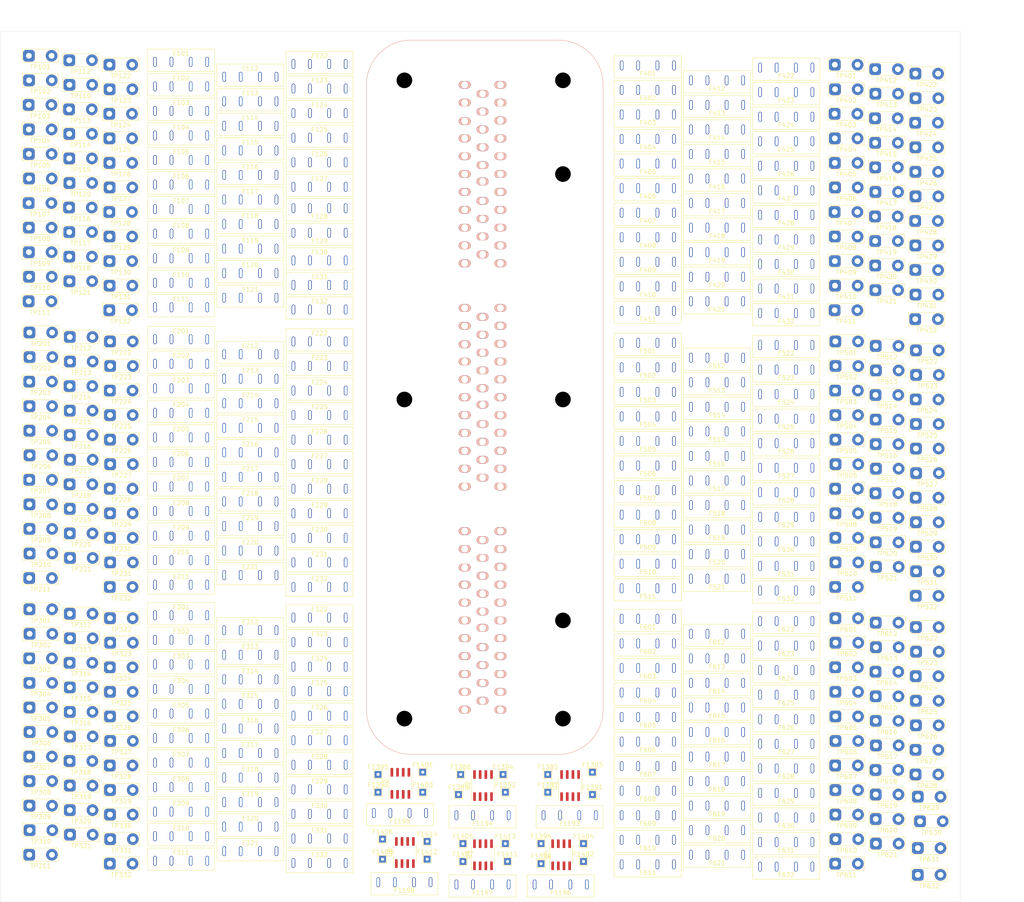
<source format=kicad_pcb>
(kicad_pcb (version 20211014) (generator pcbnew)
  (title_block (title "1999 Dodge Dakota Based on rusEFI/proteus") (date "2023-08-12") (rev "R0.1") (company "rusEFI"))
  (layers (0 "F.Cu" signal) (1 "In1.Cu" power) (2 "In2.Cu" power) (31 "B.Cu" signal) (34 "B.Paste" user) (35 "F.Paste" user) (36 "B.SilkS" user "B.Silkscreen") (37 "F.SilkS" user "F.Silkscreen") (38 "B.Mask" user) (39 "F.Mask" user) (44 "Edge.Cuts" user))
  (net 0 "")
  (net 1 "Net-(F123-Pad1)")
  (net 2 "Net-(F126-Pad1)")
  (net 3 "Net-(F128-Pad1)")
  (net 4 "Net-(F130-Pad1)")
  (net 5 "Net-(F131-Pad1)")
  (net 6 "Net-(F201-Pad1)")
  (net 7 "Net-(F202-Pad1)")
  (net 8 "Net-(F203-Pad1)")
  (net 9 "Net-(F204-Pad1)")
  (net 10 "Net-(F205-Pad1)")
  (net 11 "Net-(F206-Pad1)")
  (net 12 "Net-(F207-Pad1)")
  (net 13 "Net-(F208-Pad1)")
  (net 14 "Net-(F209-Pad1)")
  (net 15 "Net-(F210-Pad1)")
  (net 16 "Net-(F211-Pad1)")
  (net 17 "Net-(F212-Pad1)")
  (net 18 "Net-(F213-Pad1)")
  (net 19 "Net-(F214-Pad1)")
  (net 20 "Net-(F215-Pad1)")
  (net 21 "Net-(F216-Pad1)")
  (net 22 "Net-(F217-Pad1)")
  (net 23 "Net-(F218-Pad1)")
  (net 24 "Net-(F219-Pad1)")
  (net 25 "Net-(F220-Pad1)")
  (net 26 "Net-(F221-Pad1)")
  (net 27 "Net-(F222-Pad1)")
  (net 28 "Net-(F223-Pad1)")
  (net 29 "Net-(F224-Pad1)")
  (net 30 "Net-(F225-Pad1)")
  (net 31 "Net-(F226-Pad1)")
  (net 32 "Net-(F227-Pad1)")
  (net 33 "Net-(F228-Pad1)")
  (net 34 "Net-(F229-Pad1)")
  (net 35 "Net-(F230-Pad1)")
  (net 36 "Net-(F231-Pad1)")
  (net 37 "Net-(F232-Pad1)")
  (net 38 "Net-(F301-Pad1)")
  (net 39 "Net-(F302-Pad1)")
  (net 40 "Net-(F303-Pad1)")
  (net 41 "Net-(F304-Pad1)")
  (net 42 "Net-(F305-Pad1)")
  (net 43 "Net-(F306-Pad1)")
  (net 44 "Net-(F307-Pad1)")
  (net 45 "Net-(F308-Pad1)")
  (net 46 "Net-(F309-Pad1)")
  (net 47 "Net-(F310-Pad1)")
  (net 48 "Net-(F311-Pad1)")
  (net 49 "Net-(F312-Pad1)")
  (net 50 "Net-(F313-Pad1)")
  (net 51 "Net-(F314-Pad1)")
  (net 52 "Net-(F315-Pad1)")
  (net 53 "Net-(F316-Pad1)")
  (net 54 "Net-(F317-Pad1)")
  (net 55 "Net-(F318-Pad1)")
  (net 56 "Net-(F319-Pad1)")
  (net 57 "Net-(F320-Pad1)")
  (net 58 "Net-(F321-Pad1)")
  (net 59 "Net-(F322-Pad1)")
  (net 60 "Net-(F323-Pad1)")
  (net 61 "Net-(F324-Pad1)")
  (net 62 "Net-(F325-Pad1)")
  (net 63 "Net-(F326-Pad1)")
  (net 64 "Net-(F327-Pad1)")
  (net 65 "Net-(F328-Pad1)")
  (net 66 "Net-(F329-Pad1)")
  (net 67 "Net-(F330-Pad1)")
  (net 68 "Net-(F331-Pad1)")
  (net 69 "Net-(F332-Pad1)")
  (net 70 "Net-(F1385-Pad1)")
  (net 71 "Net-(F1386-Pad1)")
  (net 72 "Net-(F1387-Pad1)")
  (net 73 "Net-(F1389-Pad1)")
  (net 74 "Net-(F1391-Pad1)")
  (net 75 "Net-(F1392-Pad1)")
  (net 76 "Net-(F1393-Pad1)")
  (net 77 "Net-(F1394-Pad1)")
  (net 78 "Net-(F1395-Pad1)")
  (net 79 "Net-(F1396-Pad1)")
  (net 80 "Net-(F1397-Pad1)")
  (net 81 "Net-(F1399-Pad1)")
  (net 82 "Net-(F1401-Pad1)")
  (net 83 "Net-(F1402-Pad1)")
  (net 84 "Net-(F1403-Pad1)")
  (net 85 "Net-(F1404-Pad1)")
  (net 86 "Net-(F1405-Pad1)")
  (net 87 "Net-(F1406-Pad1)")
  (net 88 "Net-(F1407-Pad1)")
  (net 89 "Net-(F1409-Pad1)")
  (net 90 "Net-(F1411-Pad1)")
  (net 91 "Net-(F1412-Pad1)")
  (net 92 "Net-(F1413-Pad1)")
  (net 93 "Net-(F1414-Pad1)")
  (net 94 "Net-(F101-Pad1)")
  (net 95 "Net-(F102-Pad1)")
  (net 96 "Net-(F103-Pad1)")
  (net 97 "Net-(F104-Pad1)")
  (net 98 "Net-(F105-Pad1)")
  (net 99 "Net-(F106-Pad1)")
  (net 100 "Net-(F107-Pad1)")
  (net 101 "Net-(F108-Pad1)")
  (net 102 "Net-(F109-Pad1)")
  (net 103 "Net-(F110-Pad1)")
  (net 104 "Net-(F111-Pad1)")
  (net 105 "Net-(F112-Pad1)")
  (net 106 "Net-(F113-Pad1)")
  (net 107 "Net-(F114-Pad1)")
  (net 108 "Net-(F115-Pad1)")
  (net 109 "Net-(F116-Pad1)")
  (net 110 "Net-(F117-Pad1)")
  (net 111 "Net-(F118-Pad1)")
  (net 112 "Net-(F119-Pad1)")
  (net 113 "Net-(F120-Pad1)")
  (net 114 "Net-(F121-Pad1)")
  (net 115 "Net-(F122-Pad1)")
  (net 116 "Net-(F124-Pad1)")
  (net 117 "Net-(F125-Pad1)")
  (net 118 "Net-(F127-Pad1)")
  (net 119 "Net-(F129-Pad1)")
  (net 120 "Net-(F132-Pad1)")
  (net 121 "Net-(F101-Pad2)")
  (net 122 "Net-(F102-Pad2)")
  (net 123 "Net-(F103-Pad2)")
  (net 124 "Net-(F104-Pad2)")
  (net 125 "Net-(F105-Pad2)")
  (net 126 "Net-(F106-Pad2)")
  (net 127 "Net-(F107-Pad2)")
  (net 128 "Net-(F108-Pad2)")
  (net 129 "Net-(F109-Pad2)")
  (net 130 "Net-(F110-Pad2)")
  (net 131 "Net-(F111-Pad2)")
  (net 132 "Net-(F112-Pad2)")
  (net 133 "Net-(F113-Pad2)")
  (net 134 "Net-(F114-Pad2)")
  (net 135 "Net-(F115-Pad2)")
  (net 136 "Net-(F116-Pad2)")
  (net 137 "Net-(F117-Pad2)")
  (net 138 "Net-(F118-Pad2)")
  (net 139 "Net-(F119-Pad2)")
  (net 140 "Net-(F120-Pad2)")
  (net 141 "Net-(F121-Pad2)")
  (net 142 "Net-(F122-Pad2)")
  (net 143 "Net-(F123-Pad2)")
  (net 144 "Net-(F124-Pad2)")
  (net 145 "Net-(F125-Pad2)")
  (net 146 "Net-(F126-Pad2)")
  (net 147 "Net-(F127-Pad2)")
  (net 148 "Net-(F128-Pad2)")
  (net 149 "Net-(F129-Pad2)")
  (net 150 "Net-(F130-Pad2)")
  (net 151 "Net-(F131-Pad2)")
  (net 152 "Net-(F132-Pad2)")
  (net 153 "Net-(F201-Pad2)")
  (net 154 "Net-(F202-Pad2)")
  (net 155 "Net-(F203-Pad2)")
  (net 156 "Net-(F204-Pad2)")
  (net 157 "Net-(F205-Pad2)")
  (net 158 "Net-(F206-Pad2)")
  (net 159 "Net-(F207-Pad2)")
  (net 160 "Net-(F208-Pad2)")
  (net 161 "Net-(F209-Pad2)")
  (net 162 "Net-(F210-Pad2)")
  (net 163 "Net-(F211-Pad2)")
  (net 164 "Net-(F212-Pad2)")
  (net 165 "Net-(F213-Pad2)")
  (net 166 "Net-(F214-Pad2)")
  (net 167 "Net-(F215-Pad2)")
  (net 168 "Net-(F216-Pad2)")
  (net 169 "Net-(F217-Pad2)")
  (net 170 "Net-(F218-Pad2)")
  (net 171 "Net-(F219-Pad2)")
  (net 172 "Net-(F220-Pad2)")
  (net 173 "Net-(F221-Pad2)")
  (net 174 "Net-(F222-Pad2)")
  (net 175 "Net-(F223-Pad2)")
  (net 176 "Net-(F224-Pad2)")
  (net 177 "Net-(F225-Pad2)")
  (net 178 "Net-(F226-Pad2)")
  (net 179 "Net-(F227-Pad2)")
  (net 180 "Net-(F228-Pad2)")
  (net 181 "Net-(F229-Pad2)")
  (net 182 "Net-(F230-Pad2)")
  (net 183 "Net-(F231-Pad2)")
  (net 184 "Net-(F232-Pad2)")
  (net 185 "Net-(F301-Pad2)")
  (net 186 "Net-(F302-Pad2)")
  (net 187 "Net-(F303-Pad2)")
  (net 188 "Net-(F304-Pad2)")
  (net 189 "Net-(F305-Pad2)")
  (net 190 "Net-(F306-Pad2)")
  (net 191 "Net-(F307-Pad2)")
  (net 192 "Net-(F308-Pad2)")
  (net 193 "Net-(F309-Pad2)")
  (net 194 "Net-(F310-Pad2)")
  (net 195 "Net-(F311-Pad2)")
  (net 196 "Net-(F312-Pad2)")
  (net 197 "Net-(F313-Pad2)")
  (net 198 "Net-(F314-Pad2)")
  (net 199 "Net-(F315-Pad2)")
  (net 200 "Net-(F316-Pad2)")
  (net 201 "Net-(F317-Pad2)")
  (net 202 "Net-(F318-Pad2)")
  (net 203 "Net-(F319-Pad2)")
  (net 204 "Net-(F320-Pad2)")
  (net 205 "Net-(F321-Pad2)")
  (net 206 "Net-(F322-Pad2)")
  (net 207 "Net-(F323-Pad2)")
  (net 208 "Net-(F324-Pad2)")
  (net 209 "Net-(F325-Pad2)")
  (net 210 "Net-(F326-Pad2)")
  (net 211 "Net-(F327-Pad2)")
  (net 212 "Net-(F328-Pad2)")
  (net 213 "Net-(F329-Pad2)")
  (net 214 "Net-(F330-Pad2)")
  (net 215 "Net-(F331-Pad2)")
  (net 216 "Net-(F332-Pad2)")
  (net 217 "Net-(F401-Pad2)")
  (net 218 "Net-(F402-Pad2)")
  (net 219 "Net-(F403-Pad2)")
  (net 220 "Net-(F404-Pad2)")
  (net 221 "Net-(F405-Pad2)")
  (net 222 "Net-(F406-Pad2)")
  (net 223 "Net-(F407-Pad2)")
  (net 224 "Net-(F408-Pad2)")
  (net 225 "Net-(F409-Pad2)")
  (net 226 "Net-(F410-Pad2)")
  (net 227 "Net-(F411-Pad2)")
  (net 228 "Net-(F412-Pad2)")
  (net 229 "Net-(F413-Pad2)")
  (net 230 "Net-(F414-Pad2)")
  (net 231 "Net-(F415-Pad2)")
  (net 232 "Net-(F416-Pad2)")
  (net 233 "Net-(F417-Pad2)")
  (net 234 "Net-(F418-Pad2)")
  (net 235 "Net-(F419-Pad2)")
  (net 236 "Net-(F420-Pad2)")
  (net 237 "Net-(F421-Pad2)")
  (net 238 "Net-(F422-Pad2)")
  (net 239 "Net-(F423-Pad2)")
  (net 240 "Net-(F424-Pad2)")
  (net 241 "Net-(F425-Pad2)")
  (net 242 "Net-(F426-Pad2)")
  (net 243 "Net-(F427-Pad2)")
  (net 244 "Net-(F428-Pad2)")
  (net 245 "Net-(F429-Pad2)")
  (net 246 "Net-(F430-Pad2)")
  (net 247 "Net-(F431-Pad2)")
  (net 248 "Net-(F432-Pad2)")
  (net 249 "Net-(F501-Pad2)")
  (net 250 "Net-(F502-Pad2)")
  (net 251 "Net-(F503-Pad2)")
  (net 252 "Net-(F504-Pad2)")
  (net 253 "Net-(F505-Pad2)")
  (net 254 "Net-(F506-Pad2)")
  (net 255 "Net-(F507-Pad2)")
  (net 256 "Net-(F508-Pad2)")
  (net 257 "Net-(F509-Pad2)")
  (net 258 "Net-(F510-Pad2)")
  (net 259 "Net-(F511-Pad2)")
  (net 260 "Net-(F512-Pad2)")
  (net 261 "Net-(F513-Pad2)")
  (net 262 "Net-(F514-Pad2)")
  (net 263 "Net-(F515-Pad2)")
  (net 264 "Net-(F516-Pad2)")
  (net 265 "Net-(F517-Pad2)")
  (net 266 "Net-(F518-Pad2)")
  (net 267 "Net-(F519-Pad2)")
  (net 268 "Net-(F520-Pad2)")
  (net 269 "Net-(F521-Pad2)")
  (net 270 "Net-(F522-Pad2)")
  (net 271 "Net-(F523-Pad2)")
  (net 272 "Net-(F524-Pad2)")
  (net 273 "Net-(F525-Pad2)")
  (net 274 "Net-(F526-Pad2)")
  (net 275 "Net-(F527-Pad2)")
  (net 276 "Net-(F528-Pad2)")
  (net 277 "Net-(F529-Pad2)")
  (net 278 "Net-(F530-Pad2)")
  (net 279 "Net-(F531-Pad2)")
  (net 280 "Net-(F532-Pad2)")
  (net 281 "Net-(F601-Pad2)")
  (net 282 "Net-(F602-Pad2)")
  (net 283 "Net-(F603-Pad2)")
  (net 284 "Net-(F604-Pad2)")
  (net 285 "Net-(F605-Pad2)")
  (net 286 "Net-(F606-Pad2)")
  (net 287 "Net-(F607-Pad2)")
  (net 288 "Net-(F608-Pad2)")
  (net 289 "Net-(F609-Pad2)")
  (net 290 "Net-(F610-Pad2)")
  (net 291 "Net-(F611-Pad2)")
  (net 292 "Net-(F612-Pad2)")
  (net 293 "Net-(F613-Pad2)")
  (net 294 "Net-(F614-Pad2)")
  (net 295 "Net-(F615-Pad2)")
  (net 296 "Net-(F616-Pad2)")
  (net 297 "Net-(F617-Pad2)")
  (net 298 "Net-(F618-Pad2)")
  (net 299 "Net-(F619-Pad2)")
  (net 300 "Net-(F620-Pad2)")
  (net 301 "Net-(F621-Pad2)")
  (net 302 "Net-(F622-Pad2)")
  (net 303 "Net-(F623-Pad2)")
  (net 304 "Net-(F624-Pad2)")
  (net 305 "Net-(F625-Pad2)")
  (net 306 "Net-(F626-Pad2)")
  (net 307 "Net-(F627-Pad2)")
  (net 308 "Net-(F628-Pad2)")
  (net 309 "Net-(F629-Pad2)")
  (net 310 "Net-(F630-Pad2)")
  (net 311 "Net-(F631-Pad2)")
  (net 312 "Net-(F632-Pad2)")
  (net 313 "Net-(F1193-Pad1)")
  (net 314 "Net-(F1194-Pad1)")
  (net 315 "Net-(F1195-Pad2)")
  (net 316 "Net-(F1195-Pad1)")
  (net 317 "Net-(F1196-Pad1)")
  (net 318 "Net-(F1197-Pad1)")
  (net 319 "Net-(F1198-Pad2)")
  (net 320 "Net-(F1198-Pad1)")
  (net 321 "Net-(F1193-Pad2)")
  (net 322 "Net-(F1194-Pad2)")
  (net 323 "Net-(F1196-Pad2)")
  (net 324 "Net-(F1197-Pad2)")
  (footprint "LCSC_parts:LCSC_C2935870_Fuse_holder" (layer "F.Cu") (at 135.5 85)
    (fp_text reference "F108")
    (fp_text value "Fuse_Holder")
  )
  (footprint "LCSC_parts:LCSC_C2935870_Fuse_holder" (layer "F.Cu") (at 271 194.5 180)
    (fp_text reference "F626")
    (fp_text value "Fuse_Holder")
  )
  (footprint "LCSC_parts:LCSC_C2935870_Fuse_holder" (layer "F.Cu") (at 240 137.65 180)
    (fp_text reference "F506")
    (fp_text value "Fuse_Holder")
  )
  (footprint "TestPoint:TestPoint_2Pads_Pitch5.08mm_Drill1.3mm" (layer "F.Cu") (at 101.38 56.5)
    (fp_text reference "TP103")
    (fp_text value "TestPoint_2Pole")
  )
  (footprint "LCSC_parts:LCSC_C2935870_Fuse_holder" (layer "F.Cu") (at 240 121.15 180)
    (fp_text reference "F503")
    (fp_text value "Fuse_Holder")
  )
  (footprint "TestPoint:TestPoint_2Pads_Pitch5.08mm_Drill1.3mm" (layer "F.Cu") (at 101.5 118.5)
    (fp_text reference "TP203")
    (fp_text value "TestPoint_2Pole")
  )
  (footprint "LCSC_parts:LCSC_C2935870_Fuse_holder" (layer "F.Cu") (at 271 211 180)
    (fp_text reference "F629")
    (fp_text value "Fuse_Holder")
  )
  (footprint "LCSC_parts:LCSC_C2935870_Fuse_holder" (layer "F.Cu") (at 255.5 224.85 180)
    (fp_text reference "F621")
    (fp_text value "Fuse_Holder")
  )
  (footprint "LCSC_parts:LCSC_C2935870_Fuse_holder" (layer "F.Cu") (at 271 110.65 180)
    (fp_text reference "F522")
    (fp_text value "Fuse_Holder")
  )
  (footprint "TestPoint:TestPoint_2Pads_Pitch5.08mm_Drill1.3mm" (layer "F.Cu") (at 290.88 59.5)
    (fp_text reference "TP414")
    (fp_text value "TestPoint_2Pole")
  )
  (footprint "TestPoint:TestPoint_2Pads_Pitch5.08mm_Drill1.3mm" (layer "F.Cu") (at 101.46 51)
    (fp_text reference "TP102")
    (fp_text value "TestPoint_2Pole")
  )
  (footprint "TestPoint:TestPoint_2Pads_Pitch5.08mm_Drill1.3mm" (layer "F.Cu") (at 110.46 63)
    (fp_text reference "TP114")
    (fp_text value "TestPoint_2Pole")
  )
  (footprint "LCSC_parts:LCSC_C2935870_Fuse_holder" (layer "F.Cu") (at 240 165.15 180)
    (fp_text reference "F511")
    (fp_text value "Fuse_Holder")
  )
  (footprint "Package_SO:SOIC-8_3.9x4.9mm_P1.27mm" (layer "F.Cu") (at 184.6 208.5 90)
    (fp_text reference "U3")
    (fp_text value "ACS712xLCTR-20A")
  )
  (footprint "TestPoint:TestPoint_2Pads_Pitch5.08mm_Drill1.3mm" (layer "F.Cu") (at 119.42 80.5)
    (fp_text reference "TP128")
    (fp_text value "TestPoint_2Pole")
  )
  (footprint "TestPoint:TestPoint_2Pads_Pitch5.08mm_Drill1.3mm" (layer "F.Cu") (at 291.04 211)
    (fp_text reference "TP619")
    (fp_text value "TestPoint_2Pole")
  )
  (footprint "TestPoint:TestPoint_THTPad_1.5x1.5mm_Drill0.7mm" (layer "F.Cu") (at 227.6 211)
    (fp_text reference "F1391")
    (fp_text value "Pig_Con")
  )
  (footprint "TestPoint:TestPoint_2Pads_Pitch5.08mm_Drill1.3mm" (layer "F.Cu") (at 282 126)
    (fp_text reference "TP504")
    (fp_text value "TestPoint_2Pole")
  )
  (footprint "LCSC_parts:LCSC_C2935870_Fuse_holder" (layer "F.Cu") (at 255.5 219.35 180)
    (fp_text reference "F620")
    (fp_text value "Fuse_Holder")
  )
  (footprint "LCSC_parts:LCSC_C2935870_Fuse_holder" (layer "F.Cu") (at 166.5 204)
    (fp_text reference "F328")
    (fp_text value "Fuse_Holder")
  )
  (footprint "LCSC_parts:LCSC_C2935870_Fuse_holder" (layer "F.Cu") (at 240 59 180)
    (fp_text reference "F403")
    (fp_text value "Fuse_Holder")
  )
  (footprint "TestPoint:TestPoint_2Pads_Pitch5.08mm_Drill1.3mm" (layer "F.Cu") (at 101.58 157)
    (fp_text reference "TP210")
    (fp_text value "TestPoint_2Pole")
  )
  (footprint "LCSC_parts:LCSC_C2935870_Fuse_holder" (layer "F.Cu") (at 135.5 192.5)
    (fp_text reference "F305")
    (fp_text value "Fuse_Holder")
  )
  (footprint "TestPoint:TestPoint_2Pads_Pitch5.08mm_Drill1.3mm" (layer "F.Cu") (at 119.5 97)
    (fp_text reference "TP131")
    (fp_text value "TestPoint_2Pole")
  )
  (footprint "TestPoint:TestPoint_2Pads_Pitch5.08mm_Drill1.3mm" (layer "F.Cu") (at 101.54 213.5)
    (fp_text reference "TP309")
    (fp_text value "TestPoint_2Pole")
  )
  (footprint "TestPoint:TestPoint_THTPad_1.5x1.5mm_Drill0.7mm" (layer "F.Cu") (at 217.6 206.5)
    (fp_text reference "F1385")
    (fp_text value "Pig_Con")
  )
  (footprint "TestPoint:TestPoint_2Pads_Pitch5.08mm_Drill1.3mm" (layer "F.Cu") (at 281.84 102.5)
    (fp_text reference "TP411")
    (fp_text value "TestPoint_2Pole")
  )
  (footprint "LCSC_parts:LCSC_C2935870_Fuse_holder" (layer "F.Cu") (at 255.5 152 180)
    (fp_text reference "F519")
    (fp_text value "Fuse_Holder")
  )
  (footprint "LCSC_parts:LCSC_C2935870_Fuse_holder" (layer "F.Cu") (at 166.5 147.65)
    (fp_text reference "F229")
    (fp_text value "Fuse_Holder")
  )
  (footprint "TestPoint:TestPoint_2Pads_Pitch5.08mm_Drill1.3mm" (layer "F.Cu") (at 281.96 182.5)
    (fp_text reference "TP603")
    (fp_text value "TestPoint_2Pole")
  )
  (footprint "LCSC_parts:LCSC_C2935870_Fuse_holder" (layer "F.Cu") (at 255.5 67.85 180)
    (fp_text reference "F415")
    (fp_text value "Fuse_Holder")
  )
  (footprint "LCSC_parts:LCSC_C2935870_Fuse_holder" (layer "F.Cu") (at 255.5 130 180)
    (fp_text reference "F515")
    (fp_text value "Fuse_Holder")
  )
  (footprint "TestPoint:TestPoint_2Pads_Pitch5.08mm_Drill1.3mm" (layer "F.Cu") (at 291.08 160)
    (fp_text reference "TP521")
    (fp_text value "TestPoint_2Pole")
  )
  (footprint "LCSC_parts:LCSC_C2935870_Fuse_holder" (layer "F.Cu") (at 151 217.85)
    (fp_text reference "F320")
    (fp_text value "Fuse_Holder")
  )
  (footprint "TestPoint:TestPoint_THTPad_1.5x1.5mm_Drill0.7mm" (layer "F.Cu") (at 208.1 222)
    (fp_text reference "F1413")
    (fp_text value "Pig_Con")
  )
  (footprint "TestPoint:TestPoint_2Pads_Pitch5.08mm_Drill1.3mm" (layer "F.Cu") (at 291.04 110.5)
    (fp_text reference "TP512")
    (fp_text value "TestPoint_2Pole")
  )
  (footprint "LCSC_parts:LCSC_C2935870_Fuse_holder" (layer "F.Cu") (at 135.5 209)
    (fp_text reference "F308")
    (fp_text value "Fuse_Holder")
  )
  (footprint "TestPoint:TestPoint_2Pads_Pitch5.08mm_Drill1.3mm" (layer "F.Cu") (at 101.54 151.5)
    (fp_text reference "TP209")
    (fp_text value "TestPoint_2Pole")
  )
  (footprint "TestPoint:TestPoint_2Pads_Pitch5.08mm_Drill1.3mm" (layer "F.Cu") (at 300.04 128)
    (fp_text reference "TP525")
    (fp_text value "TestPoint_2Pole")
  )
  (footprint "LCSC_parts:LCSC_C2935870_Fuse_holder" (layer "F.Cu") (at 135.5 108.65)
    (fp_text reference "F201")
    (fp_text value "Fuse_Holder")
  )
  (footprint "TestPoint:TestPoint_2Pads_Pitch5.08mm_Drill1.3mm" (layer "F.Cu") (at 300.04 133.5)
    (fp_text reference "TP526")
    (fp_text value "TestPoint_2Pole")
  )
  (footprint "LCSC_parts:LCSC_C2935870_Fuse_holder" (layer "F.Cu") (at 135.5 79.5)
    (fp_text reference "F107")
    (fp_text value "Fuse_Holder")
  )
  (footprint "LCSC_parts:LCSC_C2935870_Fuse_holder" (layer "F.Cu") (at 135.5 68.5)
    (fp_text reference "F105")
    (fp_text value "Fuse_Holder")
  )
  (footprint "TestPoint:TestPoint_2Pads_Pitch5.08mm_Drill1.3mm" (layer "F.Cu") (at 101.42 89.5)
    (fp_text reference "TP109")
    (fp_text value "TestPoint_2Pole")
  )
  (footprint "LCSC_parts:LCSC_C2935870_Fuse_holder" (layer "F.Cu") (at 271 227.5 180)
    (fp_text reference "F632")
    (fp_text value "Fuse_Holder")
  )
  (footprint "LCSC_parts:LCSC_C2935870_Fuse_holder" (layer "F.Cu") (at 271 81.5 180)
    (fp_text reference "F428")
    (fp_text value "Fuse_Holder")
  )
  (footprint "LCSC_parts:LCSC_C2935870_Fuse_holder" (layer "F.Cu") (at 135.5 130.65)
    (fp_text reference "F205")
    (fp_text value "Fuse_Holder")
  )
  (footprint "LCSC_parts:LCSC_C2935870_Fuse_holder" (layer "F.Cu") (at 166.5 96.5)
    (fp_text reference "F131")
    (fp_text value "Fuse_Holder")
  )
  (footprint "LCSC_parts:LCSC_C2935870_Fuse_holder" (layer "F.Cu") (at 166.5 52.5)
    (fp_text reference "F123")
    (fp_text value "Fuse_Holder")
  )
  (footprint "LCSC_parts:LCSC_C2935870_Fuse_holder" (layer "F.Cu") (at 271 183.5 180)
    (fp_text reference "F624")
    (fp_text value "Fuse_Holder")
  )
  (footprint "TestPoint:TestPoint_2Pads_Pitch5.08mm_Drill1.3mm" (layer "F.Cu") (at 119.62 115)
    (fp_text reference "TP223")
    (fp_text value "TestPoint_2Pole")
  )
  (footprint "LCSC_parts:LCSC_C2935870_Fuse_holder" (layer "F.Cu") (at 166.5 171)
    (fp_text reference "F322")
    (fp_text value "Fuse_Holder")
  )
  (footprint "LCSC_parts:LCSC_C2935870_Fuse_holder" (layer "F.Cu") (at 166.5 187.5)
    (fp_text reference "F325")
    (fp_text value "Fuse_Holder")
  )
  (footprint "TestPoint:TestPoint_2Pads_Pitch5.08mm_Drill1.3mm" (layer "F.Cu") (at 110.58 209)
    (fp_text reference "TP319")
    (fp_text value "TestPoint_2Pole")
  )
  (footprint "Package_SO:SOIC-8_3.9x4.9mm_P1.27mm" (layer "F.Cu") (at 203.1 224.5 90)
    (fp_text reference "U5")
    (fp_text value "ACS712xLCTR-20A")
  )
  (footprint "LCSC_parts:LCSC_C2935870_Fuse_holder" (layer "F.Cu") (at 135.5 214.5)
    (fp_text reference "F309")
    (fp_text value "Fuse_Holder")
  )
  (footprint "LCSC_parts:LCSC_C2935870_Fuse_holder" (layer "F.Cu") (at 166.5 164.15)
    (fp_text reference "F232")
    (fp_text value "Fuse_Holder")
  )
  (footprint "LCSC_parts:LCSC_C2935870_Fuse_holder" (layer "F.Cu") (at 135.5 220)
    (fp_text reference "F310")
    (fp_text value "Fuse_Holder")
  )
  (footprint "TestPoint:TestPoint_2Pads_Pitch5.08mm_Drill1.3mm" (layer "F.Cu") (at 290.88 81.5)
    (fp_text reference "TP418")
    (fp_text value "TestPoint_2Pole")
  )
  (footprint "LCSC_parts:LCSC_C2935870_Fuse_holder" (layer "F.Cu") (at 271 98 180)
    (fp_text reference "F431")
    (fp_text value "Fuse_Holder")
  )
  (footprint "LCSC_parts:LCSC_C2935870_Fuse_holder" (layer "F.Cu") (at 166.5 158.65)
    (fp_text reference "F231")
    (fp_text value "Fuse_Holder")
  )
  (footprint "LCSC_parts:LCSC_C2935870_Fuse_holder" (layer "F.Cu") (at 166.5 193)
    (fp_text reference "F326")
    (fp_text value "Fuse_Holder")
  )
  (footprint "TestPoint:TestPoint_2Pads_Pitch5.08mm_Drill1.3mm" (layer "F.Cu") (at 282 131.5)
    (fp_text reference "TP505")
    (fp_text value "TestPoint_2Pole")
  )
  (footprint "LCSC_parts:LCSC_C2935870_Fuse_holder" (layer "F.Cu") (at 151 88.35)
    (fp_text reference "F119")
    (fp_text value "Fuse_Holder")
  )
  (footprint "LCSC_parts:LCSC_C2935870_Fuse_holder" (layer "F.Cu") (at 151 223.35)
    (fp_text reference "F321")
    (fp_text value "Fuse_Holder")
  )
  (footprint "TestPoint:TestPoint_2Pads_Pitch5.08mm_Drill1.3mm" (layer "F.Cu") (at 101.5 202.5)
    (fp_text reference "TP307")
    (fp_text value "TestPoint_2Pole")
  )
  (footprint "TestPoint:TestPoint_2Pads_Pitch5.08mm_Drill1.3mm" (layer "F.Cu") (at 300.08 117)
    (fp_text reference "TP523")
    (fp_text value "TestPoint_2Pole")
  )
  (footprint "LCSC_parts:LCSC_C2935870_Fuse_holder" (layer "F.Cu") (at 271 222 180)
    (fp_text reference "F631")
    (fp_text value "Fuse_Holder")
  )
  (footprint "LCSC_parts:LCSC_C2935870_Fuse_holder" (layer "F.Cu") (at 255.5 89.85 180)
    (fp_text reference "F419")
    (fp_text value "Fuse_Holder")
  )
  (footprint "LCSC_parts:LCSC_C2935870_Fuse_holder" (layer "F.Cu") (at 240 199.5 180)
    (fp_text reference "F606")
    (fp_text value "Fuse_Holder")
  )
  (footprint "TestPoint:TestPoint_2Pads_Pitch5.08mm_Drill1.3mm" (layer "F.Cu") (at 110.54 181.5)
    (fp_text reference "TP314")
    (fp_text value "TestPoint_2Pole")
  )
  (footprint "LCSC_parts:LCSC_C2935870_Fuse_holder" (layer "F.Cu") (at 271 48.5 180)
    (fp_text reference "F422")
    (fp_text value "Fuse_Holder")
  )
  (footprint "TestPoint:TestPoint_2Pads_Pitch5.08mm_Drill1.3mm" (layer "F.Cu") (at 101.58 135)
    (fp_text reference "TP206")
    (fp_text value "TestPoint_2Pole")
  )
  (footprint "LCSC_parts:LCSC_C2935870_Fuse_holder" (layer "F.Cu") (at 271 172.5 180)
    (fp_text reference "F622")
    (fp_text value "Fuse_Holder")
  )
  (footprint "TestPoint:TestPoint_2Pads_Pitch5.08mm_Drill1.3mm" (layer "F.Cu") (at 101.58 113)
    (fp_text reference "TP202")
    (fp_text value "TestPoint_2Pole")
  )
  (footprint "LCSC_parts:LCSC_C2935870_Fuse_holder" (layer "F.Cu") (at 166.5 125.65)
    (fp_text reference "F225")
    (fp_text value "Fuse_Holder")
  )
  (footprint "TestPoint:TestPoint_2Pads_Pitch5.08mm_Drill1.3mm" (layer "F.Cu") (at 300 144.5)
    (fp_text reference "TP528")
    (fp_text value "TestPoint_2Pole")
  )
  (footprint "TestPoint:TestPoint_2Pads_Pitch5.08mm_Drill1.3mm" (layer "F.Cu") (at 300 122.5)
    (fp_text reference "TP524")
    (fp_text value "TestPoint_2Pole")
  )
  (footprint "LCSC_parts:LCSC_C2935870_Fuse_holder" (layer "F.Cu") (at 240 177.5 180)
    (fp_text reference "F602")
    (fp_text value "Fuse_Holder")
  )
  (footprint "LCSC_parts:LCSC_C2935870_Fuse_holder" (layer "F.Cu") (at 166.5 198.5)
    (fp_text reference "F327")
    (fp_text value "Fuse_Holder")
  )
  (footprint "LCSC_parts:LCSC_C2935870_Fuse_holder" (layer "F.Cu") (at 255.5 202.85 180)
    (fp_text reference "F617")
    (fp_text value "Fuse_Holder")
  )
  (footprint "TestPoint:TestPoint_2Pads_Pitch5.08mm_Drill1.3mm" (layer "F.Cu") (at 119.54 182.5)
    (fp_text reference "TP324")
    (fp_text value "TestPoint_2Pole")
  )
  (footprint "TestPoint:TestPoint_2Pads_Pitch5.08mm_Drill1.3mm" (layer "F.Cu") (at 119.46 91.5)
    (fp_text reference "TP130")
    (fp_text value "TestPoint_2Pole")
  )
  (footprint "LCSC_parts:LCSC_C2935870_Fuse_holder" (layer "F.Cu") (at 240 188.5 180)
    (fp_text reference "F604")
    (fp_text value "Fuse_Holder")
  )
  (footprint "TestPoint:TestPoint_2Pads_Pitch5.08mm_Drill1.3mm" (layer "F.Cu") (at 281.88 86)
    (fp_text reference "TP408")
    (fp_text value "TestPoint_2Pole")
  )
  (footprint "TestPoint:TestPoint_2Pads_Pitch5.08mm_Drill1.3mm" (layer "F.Cu") (at 290.96 98)
    (fp_text reference "TP421")
    (fp_text value "TestPoint_2Pole")
  )
  (footprint "TestPoint:TestPoint_2Pads_Pitch5.08mm_Drill1.3mm" (layer "F.Cu") (at 101.58 219)
    (fp_text reference "TP310")
    (fp_text value "TestPoint_2Pole")
  )
  (footprint "TestPoint:TestPoint_2Pads_Pitch5.08mm_Drill1.3mm" (layer "F.Cu") (at 300.46 223)
    (fp_text reference "TP631")
    (fp_text value "TestPoint_2Pole")
  )
  (footprint "TestPoint:TestPoint_2Pads_Pitch5.08mm_Drill1.3mm" (layer "F.Cu") (at 110.58 214.5)
    (fp_text reference "TP320")
    (fp_text value "TestPoint_2Pole")
  )
  (footprint "LCSC_parts:LCSC_C2935870_Fuse_holder" (layer "F.Cu") (at 255.5 124.5 180)
    (fp_text reference "F514")
    (fp_text value "Fuse_Holder")
  )
  (footprint "TestPoint:TestPoint_2Pads_Pitch5.08mm_Drill1.3mm" (layer "F.Cu") (at 300.04 190)
    (fp_text reference "TP625")
    (fp_text value "TestPoint_2Pole")
  )
  (footprint "TestPoint:TestPoint_2Pads_Pitch5.08mm_Drill1.3mm" (layer "F.Cu") (at 281.88 91.5)
    (fp_text reference "TP409")
    (fp_text value "TestPoint_2Pole")
  )
  (footprint "TestPoint:TestPoint_2Pads_Pitch5.08mm_Drill1.3mm" (layer "F.Cu") (at 290.92 65)
    (fp_text reference "TP415")
    (fp_text value "TestPoint_2Pole")
  )
  (footprint "LCSC_parts:LCSC_C2935870_Fuse_holder" (layer "F.Cu") (at 271 116.15 180)
    (fp_text reference "F523")
    (fp_text value "Fuse_Holder")
  )
  (footprint "LCSC_parts:LCSC_C2935870_Fuse_holder" (layer "F.Cu") (at 240 48 180)
    (fp_text reference "F401")
    (fp_text value "Fuse_Holder")
  )
  (footprint "TestPoint:TestPoint_2Pads_Pitch5.08mm_Drill1.3mm" (layer "F.Cu") (at 281.96 120.5)
    (fp_text reference "TP503")
    (fp_text value "TestPoint_2Pole")
  )
  (footprint "TestPoint:TestPoint_2Pads_Pitch5.08mm_Drill1.3mm" (layer "F.Cu") (at 290.92 87)
    (fp_text reference "TP419")
    (fp_text value "TestPoint_2Pole")
  )
  (footprint "LCSC_parts:LCSC_C2935870_Fuse_holder" (layer "F.Cu") (at 255.5 197.35 180)
    (fp_text reference "F616")
    (fp_text value "Fuse_Holder")
  )
  (footprint "LCSC_parts:LCSC_C2935870_Fuse_holder" (layer "F.Cu") (at 240 126.65 180)
    (fp_text reference "F504")
    (fp_text value "Fuse_Holder")
  )
  (footprint "LCSC_parts:LCSC_C2935870_Fuse_holder" (layer "F.Cu") (at 240 115.65 180)
    (fp_text reference "F502")
    (fp_text value "Fuse_Holder")
  )
  (footprint "TestPoint:TestPoint_2Pads_Pitch5.08mm_Drill1.3mm" (layer "F.Cu") (at 110.58 125)
    (fp_text reference "TP215")
    (fp_text value "TestPoint_2Pole")
  )
  (footprint "TestPoint:TestPoint_2Pads_Pitch5.08mm_Drill1.3mm" (layer "F.Cu") (at 291.04 189)
    (fp_text reference "TP615")
    (fp_text value "TestPoint_2Pole")
  )
  (footprint "TestPoint:TestPoint_THTPad_1.5x1.5mm_Drill0.7mm" (layer "F.Cu") (at 216.1 226.5)
    (fp_text reference "F1399")
    (fp_text value "Pig_Con")
  )
  (footprint "LCSC_parts:LCSC_C2935870_Fuse_holder" (layer "F.Cu") (at 222.5 216 180)
    (fp_text reference "F1193")
    (fp_text value "Fuse_Holder")
  )
  (footprint "LCSC_parts:LCSC_C2935870_Fuse_holder" (layer "F.Cu") (at 240 81 180)
    (fp_text reference "F407")
    (fp_text value "Fuse_Holder")
  )
  (footprint "TestPoint:TestPoint_2Pads_Pitch5.08mm_Drill1.3mm" (layer "F.Cu") (at 101.54 124)
    (fp_text reference "TP204")
    (fp_text value "TestPoint_2Pole")
  )
  (footprint "LCSC_parts:LCSC_C2935870_Fuse_holder" (layer "F.Cu") (at 255.5 213.85 180)
    (fp_text reference "F619")
    (fp_text value "Fuse_Holder")
  )
  (footprint "TestPoint:TestPoint_2Pads_Pitch5.08mm_Drill1.3mm" (layer "F.Cu") (at 119.42 58.5)
    (fp_text reference "TP124")
    (fp_text value "TestPoint_2Pole")
  )
  (footprint "LCSC_parts:LCSC_C2935870_Fuse_holder" (layer "F.Cu") (at 255.5 84.35 180)
    (fp_text reference "F418")
    (fp_text value "Fuse_Holder")
  )
  (footprint "TestPoint:TestPoint_2Pads_Pitch5.08mm_Drill1.3mm" (layer "F.Cu") (at 290.96 54)
    (fp_text reference "TP413")
    (fp_text value "TestPoint_2Pole")
  )
  (footprint "LCSC_parts:LCSC_C2935870_Fuse_holder" (layer "F.Cu") (at 255.5 141 180)
    (fp_text reference "F517")
    (fp_text value "Fuse_Holder")
  )
  (footprint "LCSC_parts:LCSC_C2935870_Fuse_holder" (layer "F.Cu") (at 151 184.85)
    (fp_text reference "F314")
    (fp_text value "Fuse_Holder")
  )
  (footprint "TestPoint:TestPoint_2Pads_Pitch5.08mm_Drill1.3mm" (layer "F.Cu") (at 291 205.5)
    (fp_text reference "TP618")
    (fp_text value "TestPoint_2Pole")
  )
  (footprint "TestPoint:TestPoint_2Pads_Pitch5.08mm_Drill1.3mm" (layer "F.Cu") (at 300 166.5)
    (fp_text reference "TP532")
    (fp_text value "TestPoint_2Pole")
  )
  (footprint "TestPoint:TestPoint_2Pads_Pitch5.08mm_Drill1.3mm" (layer "F.Cu") (at 101.46 95)
    (fp_text reference "TP110")
    (fp_text value "TestPoint_2Pole")
  )
  (footprint "LCSC_parts:LCSC_C2935870_Fuse_holder" (layer "F.Cu") (at 166.5 131.15)
    (fp_text reference "F226")
    (fp_text value "Fuse_Holder")
  )
  (footprint "LCSC_parts:LCSC_C2935870_Fuse_holder" (layer "F.Cu") (at 151 82.85)
    (fp_text reference "F118")
    (fp_text value "Fuse_Holder")
  )
  (footprint "LCSC_parts:LCSC_C2935870_Fuse_holder" (layer "F.Cu") (at 255.5 146.5 180)
    (fp_text reference "F518")
    (fp_text value "Fuse_Holder")
  )
  (footprint "TestPoint:TestPoint_THTPad_1.5x1.5mm_Drill0.7mm" (layer "F.Cu") (at 216.1 222)
    (fp_text reference "F1396")
    (fp_text value "Pig_Con")
  )
  (footprint "LCSC_parts:LCSC_C2935870_Fuse_holder" (layer "F.Cu") (at 151 139.5)
    (fp_text reference "F217")
    (fp_text value "Fuse_Holder")
  )
  (footprint "TestPoint:TestPoint_THTPad_1.5x1.5mm_Drill0.7mm" (layer "F.Cu") (at 198.6 222)
    (fp_text reference "F1405")
    (fp_text value "Pig_Con")
  )
  (footprint "LCSC_parts:LCSC_C2935870_Fuse_holder" (layer "F.Cu") (at 135.5 74)
    (fp_text reference "F106")
    (fp_text value "Fuse_Holder")
  )
  (footprint "LCSC_parts:LCSC_C2935870_Fuse_holder" (layer "F.Cu") (at 255.5 113.5 180)
    (fp_text reference "F512")
    (fp_text value "Fuse_Holder")
  )
  (footprint "TestPoint:TestPoint_THTPad_1.5x1.5mm_Drill0.7mm" (layer "F.Cu") (at 189.6 206)
    (fp_text reference "F1401")
    (fp_text value "Pig_Con")
  )
  (footprint "TestPoint:TestPoint_2Pads_Pitch5.08mm_Drill1.3mm" (layer "F.Cu") (at 101.54 208)
    (fp_text reference "TP308")
    (fp_text value "TestPoint_2Pole")
  )
  (footprint "TestPoint:TestPoint_2Pads_Pitch5.08mm_Drill1.3mm" (layer "F.Cu") (at 299.92 71.5)
    (fp_text reference "TP426")
    (fp_text value "TestPoint_2Pole")
  )
  (footprint "LCSC_parts:LCSC_C2935870_Fuse_holder" (layer "F.Cu") (at 255.5 157.5 180)
    (fp_text reference "F520")
    (fp_text value "Fuse_Holder")
  )
  (footprint "TestPoint:TestPoint_2Pads_Pitch5.08mm_Drill1.3mm" (layer "F.Cu") (at 110.42 79.5)
    (fp_text reference "TP116")
    (fp_text value "TestPoint_2Pole")
  )
  (footprint "LCSC_parts:LCSC_C2935870_Fuse_holder" (layer "F.Cu") (at 203 231.5 180)
    (fp_text reference "F1197")
    (fp_text value "Fuse_Holder")
  )
  (footprint "LCSC_parts:LCSC_C2935870_Fuse_holder" (layer "F.Cu") (at 255.5 73.35 180)
    (fp_text reference "F416")
    (fp_text value "Fuse_Holder")
  )
  (footprint "LCSC_parts:LCSC_C2935870_Fuse_holder" (layer "F.Cu") (at 135.5 101.5)
    (fp_text reference "F111")
    (fp_text value "Fuse_Holder")
  )
  (footprint "TestPoint:TestPoint_2Pads_Pitch5.08mm_Drill1.3mm" (layer "F.Cu") (at 119.54 142.5)
    (fp_text reference "TP228")
    (fp_text value "TestPoint_2Pole")
  )
  (footprint "LCSC_parts:LCSC_C2935870_Fuse_holder" (layer "F.Cu") (at 151 206.85)
    (fp_text reference "F318")
    (fp_text value "Fuse_Holder")
  )
  (footprint "LCSC_parts:LCSC_C2935870_Fuse_holder" (layer "F.Cu") (at 166.5 142.15)
    (fp_text reference "F228")
    (fp_text value "Fuse_Holder")
  )
  (footprint "LCSC_parts:LCSC_C2935870_Fuse_holder" (layer "F.Cu") (at 240 221.5 180)
    (fp_text reference "F610")
    (fp_text value "Fuse_Holder")
  )
  (footprint "LCSC_parts:LCSC_C2935870_Fuse_holder" (layer "F.Cu") (at 151 190.35)
    (fp_text reference "F315")
    (fp_text value "Fuse_Holder")
  )
  (footprint "LCSC_parts:LCSC_C2935870_Fuse_holder" (layer "F.Cu") (at 240 205 180)
    (fp_text reference "F607")
    (fp_text value "Fuse_Holder")
  )
  (footprint "LCSC_parts:LCSC_C2935870_Fuse_holder" (layer "F.Cu") (at 240 70 180)
    (fp_text reference "F405")
    (fp_text value "Fuse_Holder")
  )
  (footprint "LCSC_parts:LCSC_C2935870_Fuse_holder" (layer "F.Cu") (at 166.5 63.5)
    (fp_text reference "F125")
    (fp_text value "Fuse_Holder")
  )
  (footprint "LCSC_parts:LCSC_C2935870_Fuse_holder" (layer "F.Cu") (at 135.5 141.65)
    (fp_text reference "F207")
    (fp_text value "Fuse_Holder")
  )
  (footprint "LCSC_parts:LCSC_C2935870_Fuse_holder" (layer "F.Cu") (at 240 183 180)
    (fp_text reference "F603")
    (fp_text value "Fuse_Holder")
  )
  (footprint "LCSC_parts:LCSC_C2935870_Fuse_holder" (layer "F.Cu") (at 135.5 203.5)
    (fp_text reference "F307")
    (fp_text value "Fuse_Holder")
  )
  (footprint "TestPoint:TestPoint_2Pads_Pitch5.08mm_Drill1.3mm" (layer "F.Cu") (at 110.46 85)
    (fp_text reference "TP117")
    (fp_text value "TestPoint_2Pole")
  )
  (footprint "LCSC_parts:LCSC_C2935870_Fuse_holder" (layer "F.Cu") (at 240 216 180)
    (fp_text reference "F609")
    (fp_text value "Fuse_Holder")
  )
  (footprint "TestPoint:TestPoint_THTPad_1.5x1.5mm_Drill0.7mm" (layer "F.Cu") (at 190.6 221.5)
    (fp_text reference "F1414")
    (fp_text value "Pig_Con")
  )
  (footprint "TestPoint:TestPoint_2Pads_Pitch5.08mm_Drill1.3mm" (layer "F.Cu") (at 119.58 215.5)
    (fp_text reference "TP330")
    (fp_text value "TestPoint_2Pole")
  )
  (footprint "TestPoint:TestPoint_2Pads_Pitch5.08mm_Drill1.3mm" (layer "F.Cu") (at 110.58 170.5)
    (fp_text reference "TP312")
    (fp_text value "TestPoint_2Pole")
  )
  (footprint "LCSC_parts:LCSC_C2935870_Fuse_holder" (layer "F.Cu") (at 151 71.85)
    (fp_text reference "F116")
    (fp_text value "Fuse_Holder")
  )
  (footprint "LCSC_parts:LCSC_C2935870_Fuse_holder" (layer "F.Cu") (at 271 216.5 180)
    (fp_text reference "F630")
    (fp_text value "Fuse_Holder")
  )
  (footprint "LCSC_parts:LCSC_C2935870_Fuse_holder" (layer "F.Cu") (at 166.5 220.5)
    (fp_text reference "F331")
    (fp_text value "Fuse_Holder")
  )
  (footprint "LCSC_parts:LCSC_C2935870_Fuse_holder" (layer "F.Cu") (at 240 227 180)
    (fp_text reference "F611")
    (fp_text value "Fuse_Holder")
  )
  (footprint "TestPoint:TestPoint_2Pads_Pitch5.08mm_Drill1.3mm" (layer "F.Cu") (at 291 183.5)
    (fp_text reference "TP614")
    (fp_text value "TestPoint_2Pole")
  )
  (footprint "TestPoint:TestPoint_2Pads_Pitch5.08mm_Drill1.3mm" (layer "F.Cu") (at 281.96 142.5)
    (fp_text reference "TP507")
    (fp_text value "TestPoint_2Pole")
  )
  (footprint "TestPoint:TestPoint_2Pads_Pitch5.08mm_Drill1.3mm" (layer "F.Cu") (at 300.04 155.5)
    (fp_text reference "TP530")
    (fp_text value "TestPoint_2Pole")
  )
  (footprint "TestPoint:TestPoint_2Pads_Pitch5.08mm_Drill1.3mm" (layer "F.Cu") (at 119.54 120.5)
    (fp_text reference "TP224")
    (fp_text value "TestPoint_2Pole")
  )
  (footprint "TestPoint:TestPoint_2Pads_Pitch5.08mm_Drill1.3mm" (layer "F.Cu") (at 300.08 161)
    (fp_text reference "TP531")
    (fp_text value "TestPoint_2Pole")
  )
  (footprint "LCSC_parts:LCSC_C2935870_Fuse_holder" (layer "F.Cu") (at 135.5 136.15)
    (fp_text reference "F206")
    (fp_text value "Fuse_Holder")
  )
  (footprint "TestPoint:TestPoint_2Pads_Pitch5.08mm_Drill1.3mm" (layer "F.Cu") (at 299.88 60.5)
    (fp_text reference "TP424")
    (fp_text value "TestPoint_2Pole")
  )
  (footprint "TestPoint:TestPoint_2Pads_Pitch5.08mm_Drill1.3mm" (layer "F.Cu") (at 110.62 220)
    (fp_text reference "TP321")
    (fp_text value "TestPoint_2Pole")
  )
  (footprint "TestPoint:TestPoint_2Pads_Pitch5.08mm_Drill1.3mm" (layer "F.Cu") (at 110.62 176)
    (fp_text reference "TP313")
    (fp_text value "TestPoint_2Pole")
  )
  (footprint "TestPoint:TestPoint_THTPad_1.5x1.5mm_Drill0.7mm" (layer "F.Cu") (at 225.6 222)
    (fp_text reference "F1404")
    (fp_text value "Pig_Con")
  )
  (footprint "LCSC_parts:LCSC_C2935870_Fuse_holder" (layer "F.Cu") (at 151 212.35)
    (fp_text reference "F319")
    (fp_text value "Fuse_Holder")
  )
  (footprint "TestPoint:TestPoint_2Pads_Pitch5.08mm_Drill1.3mm" (layer "F.Cu") (at 119.62 159)
    (fp_text reference "TP231")
    (fp_text value "TestPoint_2Pole")
  )
  (footprint "LCSC_parts:LCSC_C2935870_Fuse_holder" (layer "F.Cu") (at 255.5 135.5 180)
    (fp_text reference "F516")
    (fp_text value "Fuse_Holder")
  )
  (footprint "LCSC_parts:LCSC_C2935870_Fuse_holder" (layer "F.Cu") (at 151 49.85)
    (fp_text reference "F112")
    (fp_text value "Fuse_Holder")
  )
  (footprint "LCSC_parts:LCSC_C2935870_Fuse_holder" (layer "F.Cu") (at 255.5 95.35 180)
    (fp_text reference "F420")
    (fp_text value "Fuse_Holder")
  )
  (footprint "LCSC_parts:LCSC_C2935870_Fuse_holder" (layer "F.Cu") (at 151 77.35)
    (fp_text reference "F117")
    (fp_text value "Fuse_Holder")
  )
  (footprint "TestPoint:TestPoint_2Pads_Pitch5.08mm_Drill1.3mm" (layer "F.Cu") (at 110.58 130.5)
    (fp_text reference "TP216")
    (fp_text value "TestPoint_2Pole")
  )
  (footprint "LCSC_parts:LCSC_C2935870_Fuse_holder" (layer "F.Cu") (at 166.5 120.15)
    (fp_text reference "F224")
    (fp_text value "Fuse_Holder")
  )
  (footprint "LCSC_parts:LCSC_C2935870_Fuse_holder" (layer "F.Cu") (at 135.5 90.5)
    (fp_text reference "F109")
    (fp_text value "Fuse_Holder")
  )
  (footprint "TestPoint:TestPoint_2Pads_Pitch5.08mm_Drill1.3mm" (layer "F.Cu") (at 281.92 75)
    (fp_text reference "TP406")
    (fp_text value "TestPoint_2Pole")
  )
  (footprint "Package_SO:SOIC-8_3.9x4.9mm_P1.27mm" (layer "F.Cu") (at 222.6 209 90)
    (fp_text reference "U1")
    (fp_text value "ACS712xLCTR-20A")
  )
  (footprint "TestPoint:TestPoint_THTPad_1.5x1.5mm_Drill0.7mm" (layer "F.Cu") (at 207.6 206.5)
    (fp_text reference "F1394")
    (fp_text value "Pig_Con")
  )
  (footprint "LCSC_parts:LCSC_C2935870_Fuse_holder" (layer "F.Cu") (at 240 53.5 180)
    (fp_text reference "F402")
    (fp_text value "Fuse_Holder")
  )
  (footprint "TestPoint:TestPoint_2Pads_Pitch5.08mm_Drill1.3mm" (layer "F.Cu") (at 291.04 154.5)
    (fp_text reference "TP520")
    (fp_text value "TestPoint_2Pole")
  )
  (footprint "Package_SO:SOIC-8_3.9x4.9mm_P1.27mm" (layer "F.Cu") (at 185.6 224 90)
    (fp_text reference "U6")
    (fp_text value "ACS712xLCTR-20A")
  )
  (footprint "LCSC_parts:LCSC_C2935870_Fuse_holder" (layer "F.Cu") (at 135.5 147.15)
    (fp_text reference "F208")
    (fp_text value "Fuse_Holder")
  )
  (footprint "TestPoint:TestPoint_2Pads_Pitch5.08mm_Drill1.3mm" (layer "F.Cu") (at 282 153.5)
    (fp_text reference "TP509")
    (fp_text value "TestPoint_2Pole")
  )
  (footprint "LCSC_parts:LCSC_C2935870_Fuse_holder" (layer "F.Cu") (at 240 64.5 180)
    (fp_text reference "F404")
    (fp_text value "Fuse_Holder")
  )
  (footprint "TestPoint:TestPoint_2Pads_Pitch5.08mm_Drill1.3mm" (layer "F.Cu") (at 281.96 164.5)
    (fp_text reference "TP511")
    (fp_text value "TestPoint_2Pole")
  )
  (footprint "TestPoint:TestPoint_2Pads_Pitch5.08mm_Drill1.3mm" (layer "F.Cu") (at 291.04 194.5)
    (fp_text reference "TP616")
    (fp_text value "TestPoint_2Pole")
  )
  (footprint "TestPoint:TestPoint_THTPad_1.5x1.5mm_Drill0.7mm" (layer "F.Cu") (at 179.6 210.5)
    (fp_text reference "F1397")
    (fp_text value "Pig_Con")
  )
  (footprint "TestPoint:TestPoint_2Pads_Pitch5.08mm_Drill1.3mm" (layer "F.Cu") (at 119.46 47.5)
    (fp_text reference "TP122")
    (fp_text value "TestPoint_2Pole")
  )
  (footprint "LCSC_parts:LCSC_C2935870_Fuse_holder" (layer "F.Cu") (at 240 143.15 180)
    (fp_text reference "F507")
    (fp_text value "Fuse_Holder")
  )
  (footprint "TestPoint:TestPoint_2Pads_Pitch5.08mm_Drill1.3mm" (layer "F.Cu") (at 101.5 140.5)
    (fp_text reference "TP207")
    (fp_text value "TestPoint_2Pole")
  )
  (footprint "LCSC_parts:LCSC_C2935870_Fuse_holder" (layer "F.Cu") (at 135.5 52)
    (fp_text reference "F102")
    (fp_text value "Fuse_Holder")
  )
  (footprint "LCSC_parts:LCSC_C2935870_Fuse_holder" (layer "F.Cu") (at 240 103 180)
    (fp_text reference "F411")
    (fp_text value "Fuse_Holder")
  )
  (footprint "LCSC_parts:LCSC_C2935870_Fuse_holder" (layer "F.Cu") (at 255.5 56.85 180)
    (fp_text reference "F413")
    (fp_text value "Fuse_Holder")
  )
  (footprint "LCSC_parts:LCSC_C2935870_Fuse_holder" (layer "F.Cu") (at 271 54 180)
    (fp_text reference "F423")
    (fp_text value "Fuse_Holder")
  )
  (footprint "TestPoint:TestPoint_2Pads_Pitch5.08mm_Drill1.3mm" (layer "F.Cu") (at 110.58 192.5)
    (fp_text reference "TP316")
    (fp_text value "TestPoint_2Pole")
  )
  (footprint "TestPoint:TestPoint_THTPad_1.5x1.5mm_Drill0.7mm" (layer "F.Cu") (at 179.6 206.5)
    (fp_text reference "F1395")
    (fp_text value "Pig_Con")
  )
  (footprint "TestPoint:TestPoint_2Pads_Pitch5.08mm_Drill1.3mm" (layer "F.Cu") (at 291.04 172.5)
    (fp_text reference "TP612")
    (fp_text value "TestPoint_2Pole")
  )
  (footprint "LCSC_parts:LCSC_C2935870_Fuse_holder" (layer "F.Cu") (at 166.5 226)
    (fp_text reference "F332")
    (fp_text value "Fuse_Holder")
  )
  (footprint "TestPoint:TestPoint_2Pads_Pitch5.08mm_Drill1.3mm" (layer "F.Cu") (at 281.84 58.5)
    (fp_text reference "TP403")
    (fp_text value "TestPoint_2Pole")
  )
  (footprint "LCSC_parts:LCSC_C2935870_Fuse_holder" (layer "F.Cu") (at 166.5 74.5)
    (fp_text reference "F127")
    (fp_text value "Fuse_Holder")
  )
  (footprint "TestPoint:TestPoint_2Pads_Pitch5.08mm_Drill1.3mm" (layer "F.Cu") (at 110.58 108.5)
    (fp_text reference "TP212")
    (fp_text value "TestPoint_2Pole")
  )
  (footprint "LCSC_parts:LCSC_C2935870_Fuse_holder" (layer "F.Cu") (at 151 128.5)
    (fp_text reference "F215")
    (fp_text value "Fuse_Holder")
  )
  (footprint "TestPoint:TestPoint_2Pads_Pitch5.08mm_Drill1.3mm" (layer "F.Cu") (at 291.04 216.5)
    (fp_text reference "TP620")
    (fp_text value "TestPoint_2Pole")
  )
  (footprint "LCSC_parts:LCSC_C2935870_Fuse_holder" (layer "F.Cu") (at 271 154.65 180)
    (fp_text reference "F530")
    (fp_text value "Fuse_Holder")
  )
  (footprint "TestPoint:TestPoint_2Pads_Pitch5.08mm_Drill1.3mm" (layer "F.Cu") (at 119.62 199)
    (fp_text reference "TP327")
    (fp_text value "TestPoint_2Pole")
  )
  (footprint "LCSC_parts:LCSC_C2935870_Fuse_holder" (layer "F.Cu") (at 255.5 119 180)
    (fp_text reference "F513")
    (fp_text value "Fuse_Holder")
  )
  (footprint "LCSC_parts:LCSC_C2935870_Fuse_holder" (layer "F.Cu") (at 166.5 80 180)
    (fp_text reference "F128")
    (fp_text value "Fuse_Holder")
  )
  (footprint "TestPoint:TestPoint_2Pads_Pitch5.08mm_Drill1.3mm" (layer "F.Cu") (at 110.46 46.5)
    (fp_text reference "TP112")
    (fp_text value "TestPoint_2Pole")
  )
  (footprint "TestPoint:TestPoint_2Pads_Pitch5.08mm_Drill1.3mm" (layer "F.Cu") (at 290.92 48.5)
    (fp_text reference "TP412")
    (fp_text value "TestPoint_2Pole")
  )
  (footprint "TestPoint:TestPoint_2Pads_Pitch5.08mm_Drill1.3mm" (layer "F.Cu") (at 101.42 67.5)
    (fp_text reference "TP105")
    (fp_text value "TestPoint_2Pole")
  )
  (footprint "LCSC_parts:LCSC_C2935870_Fuse_holder" (layer "F.Cu") (at 151 55.35)
    (fp_text reference "F113")
    (fp_text value "Fuse_Holder")
  )
  (footprint "LCSC_parts:LCSC_C2935870_Fuse_holder" (layer "F.Cu") (at 271 138.15 180)
    (fp_text reference "F527")
    (fp_text value "Fuse_Holder")
  )
  (footprint "LCSC_parts:LCSC_C2935870_Fuse_holder" (layer "F.Cu") (at 151 123)
    (fp_text reference "F214")
    (fp_text value "Fuse_Holder")
  )
  (footprint "TestPoint:TestPoint_2Pads_Pitch5.08mm_Drill1.3mm" (layer "F.Cu") (at 282 188)
    (fp_text reference "TP604")
    (fp_text value "TestPoint_2Pole")
  )
  (footprint "TestPoint:TestPoint_2Pads_Pitch5.08mm_Drill1.3mm" (layer "F.Cu") (at 282 148)
    (fp_text reference "TP508")
    (fp_text value "TestPoint_2Pole")
  )
  (footprint "LCSC_parts:LCSC_C2935870_Fuse_holder" (layer "F.Cu") (at 255.5 51.35 180)
    (fp_text reference "F412")
    (fp_text value "Fuse_Holder")
  )
  (footprint "TestPoint:TestPoint_THTPad_1.5x1.5mm_Drill0.7mm" (layer "F.Cu") (at 208.6 226)
    (fp_text reference "F1411")
    (fp_text value "Pig_Con")
  )
  (footprint "LCSC_parts:LCSC_C2935870_Fuse_holder" (layer "F.Cu") (at 271 121.65 180)
    (fp_text reference "F524")
    (fp_text value "Fuse_Holder")
  )
  (footprint "TestPoint:TestPoint_THTPad_1.5x1.5mm_Drill0.7mm" (layer "F.Cu") (at 180.6 221)
    (fp_text reference "F1406")
    (fp_text value "Pig_Con")
  )
  (footprint "TestPoint:TestPoint_2Pads_Pitch5.08mm_Drill1.3mm" (layer "F.Cu") (at 281.88 47.5)
    (fp_text reference "TP401")
    (fp_text value "TestPoint_2Pole")
  )
  (footprint "TestPoint:TestPoint_2Pads_Pitch5.08mm_Drill1.3mm" (layer "F.Cu") (at 119.58 153.5)
    (fp_text reference "TP230")
    (fp_text value "TestPoint_2Pole")
  )
  (footprint "TestPoint:TestPoint_2Pads_Pitch5.08mm_Drill1.3mm" (layer "F.Cu") (at 281.92 97)
    (fp_text reference "TP410")
    (fp_text value "TestPoint_2Pole")
  )
  (footprint "TestPoint:TestPoint_2Pads_Pitch5.08mm_Drill1.3mm" (layer "F.Cu") (at 110.58 147)
    (fp_text reference "TP219")
    (fp_text value "TestPoint_2Pole")
  )
  (footprint "TestPoint:TestPoint_2Pads_Pitch5.08mm_Drill1.3mm" (layer "F.Cu") (at 299.88 82.5)
    (fp_text reference "TP428")
    (fp_text value "TestPoint_2Pole")
  )
  (footprint "TestPoint:TestPoint_THTPad_1.5x1.5mm_Drill0.7mm" (layer "F.Cu") (at 190.6 225.5)
    (fp_text reference "F1412")
    (fp_text value "Pig_Con")
  )
  (footprint "LCSC_parts:LCSC_C2935870_Fuse_holder" (layer "F.Cu") (at 151 201.35)
    (fp_text reference "F317")
    (fp_text value "Fuse_Holder")
  )
  (footprint "TestPoint:TestPoint_2Pads_Pitch5.08mm_Drill1.3mm" (layer "F.Cu") (at 119.58 188)
    (fp_text reference "TP325")
    (fp_text value "TestPoint_2Pole")
  )
  (footprint "LCSC_parts:LCSC_C2935870_Fuse_holder" (layer "F.Cu") (at 135.5 96)
    (fp_text reference "F110")
    (fp_text value "Fuse_Holder")
  )
  (footprint "LCSC_parts:LCSC_C2935870_Fuse_holder" (layer "F.Cu") (at 271 76 180)
    (fp_text reference "F427")
    (fp_text value "Fuse_Holder")
  )
  (footprint "TestPoint:TestPoint_2Pads_Pitch5.08mm_Drill1.3mm" (layer "F.Cu") (at 119.42 102.5)
    (fp_text reference "TP132")
    (fp_text value "TestPoint_2Pole")
  )
  (footprint "TestPoint:TestPoint_2Pads_Pitch5.08mm_Drill1.3mm" (layer "F.Cu") (at 299.96 201)
    (fp_text reference "TP627")
    (fp_text value "TestPoint_2Pole")
  )
  (footprint "TestPoint:TestPoint_THTPad_1.5x1.5mm_Drill0.7mm" (layer "F.Cu") (at 227.6 206)
    (fp_text reference "F1393")
    (fp_text value "Pig_Con")
  )
  (footprint "TestPoint:TestPoint_2Pads_Pitch5.08mm_Drill1.3mm" (layer "F.Cu") (at 291.04 127)
    (fp_text reference "TP515")
    (fp_text value "TestPoint_2Pole")
  )
  (footprint "TestPoint:TestPoint_2Pads_Pitch5.08mm_Drill1.3mm" (layer "F.Cu") (at 110.58 152.5)
    (fp_text reference "TP220")
    (fp_text value "TestPoint_2Pole")
  )
  (footprint "TestPoint:TestPoint_2Pads_Pitch5.08mm_Drill1.3mm" (layer "F.Cu") (at 291.04 149)
    (fp_text reference "TP519")
    (fp_text value "TestPoint_2Pole")
  )
  (footprint "TestPoint:TestPoint_THTPad_1.5x1.5mm_Drill0.7mm" (layer "F.Cu") (at 217.6 210.5)
    (fp_text reference "F1387")
    (fp_text value "Pig_Con")
  )
  (footprint "TestPoint:TestPoint_2Pads_Pitch5.08mm_Drill1.3mm" (layer "F.Cu") (at 291.08 178)
    (fp_text reference "TP613")
    (fp_text value "TestPoint_2Pole")
  )
  (footprint "LCSC_parts:LCSC_C2935870_Fuse_holder" (layer "F.Cu") (at 135.5 152.65)
    (fp_text reference "F209")
    (fp_text value "Fuse_Holder")
  )
  (footprint "TestPoint:TestPoint_2Pads_Pitch5.08mm_Drill1.3mm" (layer "F.Cu") (at 101.54 129.5)
    (fp_text reference "TP205")
    (fp_text value "TestPoint_2Pole")
  )
  (footprint "TestPoint:TestPoint_2Pads_Pitch5.08mm_Drill1.3mm" (layer "F.Cu") (at 101.46 73)
    (fp_text reference "TP106")
    (fp_text value "TestPoint_2Pole")
  )
  (footprint "TestPoint:TestPoint_2Pads_Pitch5.08mm_Drill1.3mm" (layer "F.Cu") (at 101.54 191.5)
    (fp_text reference "TP305")
    (fp_text value "TestPoint_2Pole")
  )
  (footprint "TestPoint:TestPoint_2Pads_Pitch5.08mm_Drill1.3mm" (layer "F.Cu") (at 291.04 132.5)
    (fp_text reference "TP516")
    (fp_text value "TestPoint_2Pole")
  )
  (footprint "TestPoint:TestPoint_2Pads_Pitch5.08mm_Drill1.3mm" (layer "F.Cu") (at 110.62 158)
    (fp_text reference "TP221")
    (fp_text value "TestPoint_2Pole")
  )
  (footprint "TestPoint:TestPoint_2Pads_Pitch5.08mm_Drill1.3mm" (layer "F.Cu") (at 110.62 198)
    (fp_text reference "TP317")
    (fp_text value "TestPoint_2Pole")
  )
  (footprint "TestPoint:TestPoint_2Pads_Pitch5.08mm_Drill1.3mm" (layer "F.Cu") (at 299.96 206.5)
    (fp_text reference "TP628")
    (fp_text value "TestPoint_2Pole")
  )
  (footprint "LCSC_parts:LCSC_C2935870_Fuse_holder" (layer "F.Cu") (at 271 165.65 180)
    (fp_text reference "F532")
    (fp_text value "Fuse_Holder")
  )
  (footprint "TestPoint:TestPoint_2Pads_Pitch5.08mm_Drill1.3mm" (layer "F.Cu") (at 300 184.5)
    (fp_text reference "TP624")
    (fp_text value "TestPoint_2Pole")
  )
  (footprint "TestPoint:TestPoint_2Pads_Pitch5.08mm_Drill1.3mm" (layer "F.Cu") (at 282 193.5)
    (fp_text reference "TP605")
    (fp_text value "TestPoint_2Pole")
  )
  (footprint "TestPoint:TestPoint_2Pads_Pitch5.08mm_Drill1.3mm" (layer "F.Cu") (at 110.58 187)
    (fp_text reference "TP315")
    (fp_text value "TestPoint_2Pole")
  )
  (footprint "LCSC_parts:LCSC_C2935870_Fuse_holder" (layer "F.Cu") (at 255.5 62.35 180)
    (fp_text reference "F414")
    (fp_text value "Fuse_Holder")
  )
  (footprint "TestPoint:TestPoint_2Pads_Pitch5.08mm_Drill1.3mm" (layer "F.Cu") (at 300.04 150)
    (fp_text reference "TP529")
    (fp_text value "TestPoint_2Pole")
  )
  (footprint "TestPoint:TestPoint_2Pads_Pitch5.08mm_Drill1.3mm" (layer "F.Cu") (at 291 143.5)
    (fp_text reference "TP518")
    (fp_text value "TestPoint_2Pole")
  )
  (footprint "LCSC_parts:LCSC_C2935870_Fuse_holder" (layer "F.Cu") (at 271 200 180)
    (fp_text reference "F627")
    (fp_text value "Fuse_Holder")
  )
  (footprint "TestPoint:TestPoint_2Pads_Pitch5.08mm_Drill1.3mm" (layer "F.Cu") (at 282 109.5)
    (fp_text reference "TP501")
    (fp_text value "TestPoint_2Pole")
  )
  (footprint "LCSC_parts:LCSC_C2935870_Fuse_holder" (layer "F.Cu") (at 220.5 231.5 180)
    (fp_text reference "F1196")
    (fp_text value "Fuse_Holder")
  )
  (footprint "TestPoint:TestPoint_2Pads_Pitch5.08mm_Drill1.3mm" (layer "F.Cu") (at 119.58 193.5)
    (fp_text reference "TP326")
    (fp_text value "TestPoint_2Pole")
  )
  (footprint "TestPoint:TestPoint_THTPad_1.5x1.5mm_Drill0.7mm" (layer "F.Cu") (at 180.6 225.5)
    (fp_text reference "F1409")
    (fp_text value "Pig_Con")
  )
  (footprint "TestPoint:TestPoint_2Pads_Pitch5.08mm_Drill1.3mm" (layer "F.Cu") (at 291.08 138)
    (fp_text reference "TP517")
    (fp_text value "TestPoint_2Pole")
  )
  (footprint "LCSC_parts:LCSC_C2935870_Fuse_holder" (layer "F.Cu") (at 240 154.15 180)
    (fp_text reference "F509")
    (fp_text value "Fuse_Holder")
  )
  (footprint "LCSC_parts:LCSC_C2935870_Fuse_holder" (layer "F.Cu") (at 151 156)
    (fp_text reference "F220")
    (fp_text value "Fuse_Holder")
  )
  (footprint "TestPoint:TestPoint_2Pads_Pitch5.08mm_Drill1.3mm" (layer "F.Cu") (at 291.08 222)
    (fp_text reference "TP621")
    (fp_text value "TestPoint_2Pole")
  )
  (footprint "TestPoint:TestPoint_2Pads_Pitch5.08mm_Drill1.3mm" (layer "F.Cu") (at 119.62 177)
    (fp_text reference "TP323")
    (fp_text value "TestPoint_2Pole")
  )
  (footprint "LCSC_parts:LCSC_C2935870_Fuse_holder" (layer "F.Cu") (at 151 112)
    (fp_text reference "F212")
    (fp_text value "Fuse_Holder")
  )
  (footprint "LCSC_parts:LCSC_C2935870_Fuse_holder" (layer "F.Cu") (at 151 195.85)
    (fp_text reference "F316")
    (fp_text value "Fuse_Holder")
  )
  (footprint "LCSC_parts:LCSC_C2935870_Fuse_holder" (layer "F.Cu") (at 255.5 100.85 180)
    (fp_text reference "F421")
    (fp_text value "Fuse_Holder")
  )
  (footprint "TestPoint:TestPoint_2Pads_Pitch5.08mm_Drill1.3mm" (layer "F.Cu") (at 282.04 221)
    (fp_text reference "TP610")
    (fp_text value "TestPoint_2Pole")
  )
  (footprint "TestPoint:TestPoint_2Pads_Pitch5.08mm_Drill1.3mm" (layer "F.Cu") (at 299.96 99)
    (fp_text reference "TP431")
    (fp_text value "TestPoint_2Pole")
  )
  (footprint "TestPoint:TestPoint_2Pads_Pitch5.08mm_Drill1.3mm" (layer "F.Cu") (at 281.88 69.5)
    (fp_text reference "TP405")
    (fp_text value "TestPoint_2Pole")
  )
  (footprint "LCSC_parts:LCSC_C2935870_Fuse_holder" (layer "F.Cu") (at 166.5 91)
    (fp_text reference "F130")
    (fp_text value "Fuse_Holder")
  )
  (footprint "LCSC_parts:LCSC_C2935870_Fuse_holder" (layer "F.Cu") (at 240 172 180)
    (fp_text reference "F601")
    (fp_text value "Fuse_Holder")
  )
  (footprint "LCSC_parts:LCSC_C2935870_Fuse_holder" (layer "F.Cu") (at 151 161.5)
    (fp_text reference "F221")
    (fp_text value "Fuse_Holder")
  )
  (footprint "LCSC_parts:LCSC_C2935870_Fuse_holder" (layer "F.Cu") (at 240 159.65 180)
    (fp_text reference "F510")
    (fp_text value "Fuse_Holder")
  )
  (footprint "LCSC_parts:LCSC_C2935870_Fuse_holder" (layer "F.Cu") (at 240 194 180)
    (fp_text reference "F605")
    (fp_text value "Fuse_Holder")
  )
  (footprint "LCSC_parts:LCSC_C2935870_Fuse_holder" (layer "F.Cu") (at 166.5 176.5)
    (fp_text reference "F323")
    (fp_text value "Fuse_Holder")
  )
  (footprint "LCSC_parts:LCSC_C2935870_Fuse_holder" (layer "F.Cu") (at 271 149.15 180)
    (fp_text reference "F529")
    (fp_text value "Fuse_Holder")
  )
  (footprint "LCSC_parts:LCSC_C2935870_Fuse_holder" (layer "F.Cu") (at 151 150.5)
    (fp_text reference "F219")
    (fp_text value "Fuse_Holder")
  )
  (footprint "TestPoint:TestPoint_2Pads_Pitch5.08mm_Drill1.3mm" (layer "F.Cu") (at 119.46 69.5)
    (fp_text reference "TP126")
    (fp_text value "TestPoint_2Pole")
  )
  (footprint "TestPoint:TestPoint_2Pads_Pitch5.08mm_Drill1.3mm" (layer "F.Cu") (at 101.5 180.5)
    (fp_text reference "TP303")
    (fp_text value "TestPoint_2Pole")
  )
  (footprint "LCSC_parts:LCSC_C2935870_Fuse_holder" (layer "F.Cu") (at 166.5 47)
    (fp_text reference "F122")
    (fp_text value "Fuse_Holder")
  )
  (footprint "TestPoint:TestPoint_2Pads_Pitch5.08mm_Drill1.3mm" (layer "F.Cu") (at 110.5 74)
    (fp_text reference "TP120")
    (fp_text value "TestPoint_2Pole")
  )
  (footprint "TestPoint:TestPoint_2Pads_Pitch5.08mm_Drill1.3mm" (layer "F.Cu") (at 101.42 84)
    (fp_text reference "TP108")
    (fp_text value "TestPoint_2Pole")
  )
  (footprint "TestPoint:TestPoint_2Pads_Pitch5.08mm_Drill1.3mm" (layer "F.Cu") (at 101.5 162.5)
    (fp_text reference "TP211")
    (fp_text value "TestPoint_2Pole")
  )
  (footprint "TestPoint:TestPoint_2Pads_Pitch5.08mm_Drill1.3mm" (layer "F.Cu") (at 281.92 53)
    (fp_text reference "TP402")
    (fp_text value "TestPoint_2Pole")
  )
  (footprint "TestPoint:TestPoint_2Pads_Pitch5.08mm_Drill1.3mm" (layer "F.Cu") (at 110.5 52)
    (fp_text reference "TP119")
    (fp_text value "TestPoint_2Pole")
  )
  (footprint "LCSC_parts:LCSC_C2935870_Fuse_holder" (layer "F.Cu") (at 151 145)
    (fp_text reference "F218")
    (fp_text value "Fuse_Holder")
  )
  (footprint "LCSC_parts:LCSC_C2935870_Fuse_holder" (layer "F.Cu") (at 135.5 57.5)
    (fp_text reference "F103")
    (fp_text value "Fuse_Holder")
  )
  (footprint "TestPoint:TestPoint_2Pads_Pitch5.08mm_Drill1.3mm" (layer "F.Cu") (at 110.62 114)
    (fp_text reference "TP213")
    (fp_text value "TestPoint_2Pole")
  )
  (footprint "LCSC_parts:LCSC_C2935870_Fuse_holder" (layer "F.Cu") (at 240 86.5 180)
    (fp_text reference "F408")
    (fp_text value "Fuse_Holder")
  )
  (footprint "LCSC_parts:LCSC_C2935870_Fuse_holder" (layer "F.Cu") (at 151 173.85)
    (fp_text reference "F312")
    (fp_text value "Fuse_Holder")
  )
  (footprint "LCSC_parts:LCSC_C2935870_Fuse_holder" (layer "F.Cu") (at 135.5 198)
    (fp_text reference "F306")
    (fp_text value "Fuse_Holder")
  )
  (footprint "TestPoint:TestPoint_2Pads_Pitch5.08mm_Drill1.3mm" (layer "F.Cu") (at 119.58 126)
    (fp_text reference "TP225")
    (fp_text value "TestPoint_2Pole")
  )
  (footprint "TestPoint:TestPoint_2Pads_Pitch5.08mm_Drill1.3mm" (layer "F.Cu") (at 110.54 119.5)
    (fp_text reference "TP214")
    (fp_text value "TestPoint_2Pole")
  )
  (footprint "TestPoint:TestPoint_2Pads_Pitch5.08mm_Drill1.3mm" (layer "F.Cu") (at 299.96 55)
    (fp_text reference "TP423")
    (fp_text value "TestPoint_2Pole")
  )
  (footprint "TestPoint:TestPoint_2Pads_Pitch5.08mm_Drill1.3mm" (layer "F.Cu") (at 119.58 131.5)
    (fp_text reference "TP226")
    (fp_text value "TestPoint_2Pole")
  )
  (footprint "TestPoint:TestPoint_2Pads_Pitch5.08mm_Drill1.3mm" (layer "F.Cu") (at 119.54 226.5)
    (fp_text reference "TP332")
    (fp_text value "TestPoint_2Pole")
  )
  (footprint "TestPoint:TestPoint_2Pads_Pitch5.08mm_Drill1.3mm" (layer "F.Cu") (at 300.04 173.5)
    (fp_text reference "TP622")
    (fp_text value "TestPoint_2Pole")
  )
  (footprint "LCSC_parts:LCSC_C2935870_Fuse_holder" (layer "F.Cu") (at 135.5 176)
    (fp_text reference "F302")
    (fp_text value "Fuse_Holder")
  )
  (footprint "TestPoint:TestPoint_2Pads_Pitch5.08mm_Drill1.3mm" (layer "F.Cu") (at 101.54 146)
    (fp_text reference "TP208")
    (fp_text value "TestPoint_2Pole")
  )
  (footprint "LCSC_parts:LCSC_C2935870_Fuse_holder" (layer "F.Cu") (at 271 103.5 180)
    (fp_text reference "F432")
    (fp_text value "Fuse_Holder")
  )
  (footprint "TestPoint:TestPoint_2Pads_Pitch5.08mm_Drill1.3mm" (layer "F.Cu") (at 282.04 177)
    (fp_text reference "TP602")
    (fp_text value "TestPoint_2Pole")
  )
  (footprint "LCSC_parts:LCSC_C2935870_Fuse_holder" (layer "F.Cu") (at 135.5 163.65)
    (fp_text reference "F211")
    (fp_text value "Fuse_Holder")
  )
  (footprint "TestPoint:TestPoint_2Pads_Pitch5.08mm_Drill1.3mm" (layer "F.Cu") (at 282.04 159)
    (fp_text reference "TP510")
    (fp_text value "TestPoint_2Pole")
  )
  (footprint "LCSC_parts:LCSC_C2935870_Fuse_holder" (layer "F.Cu") (at 271 92.5 180)
    (fp_text reference "F430")
    (fp_text value "Fuse_Holder")
  )
  (footprint "LCSC_parts:LCSC_C2935870_Fuse_holder" (layer "F.Cu") (at 151 60.85)
    (fp_text reference "F114")
    (fp_text value "Fuse_Holder")
  )
  (footprint "LCSC_parts:LCSC_C2935870_Fuse_holder" (layer "F.Cu") (at 240 92 180)
    (fp_text reference "F409")
    (fp_text value "Fuse_Holder")
  )
  (footprint "LCSC_parts:LCSC_C2935870_Fuse_holder" (layer "F.Cu") (at 271 205.5 180)
    (fp_text reference "F628")
    (fp_text value "Fuse_Holder")
  )
  (footprint "LCSC_parts:LCSC_C2935870_Fuse_holder" (layer "F.Cu") (at 203 216 180)
    (fp_text reference "F1194")
    (fp_text value "Fuse_Holder")
  )
  (footprint "LCSC_parts:LCSC_C2935870_Fuse_holder" (layer "F.Cu") (at 166.5 136.65)
    (fp_text reference "F227")
    (fp_text value "Fuse_Holder")
  )
  (footprint "LCSC_parts:LCSC_C2935870_Fuse_holder" (layer "F.Cu") (at 255.5 186.35 180)
    (fp_text reference "F614")
    (fp_text value "Fuse_Holder")
  )
  (footprint "TestPoint:TestPoint_2Pads_Pitch5.08mm_Drill1.3mm" (layer "F.Cu") (at 281.84 80.5)
    (fp_text reference "TP407")
    (fp_text value "TestPoint_2Pole")
  )
  (footprint "LCSC_parts:LCSC_C2935870_Fuse_holder" (layer "F.Cu") (at 271 70.5 180)
    (fp_text reference "F426")
    (fp_text value "Fuse_Holder")
  )
  (footprint "LCSC_parts:LCSC_C2935870_Fuse_holder" (layer "F.Cu") (at 135.5 187)
    (fp_text reference "F304")
    (fp_text value "Fuse_Holder")
  )
  (footprint "TestPoint:TestPoint_2Pads_Pitch5.08mm_Drill1.3mm" (layer "F.Cu") (at 101.42 45.5)
    (fp_text reference "TP101")
    (fp_text value "TestPoint_2Pole")
  )
  (footprint "LCSC_parts:LCSC_C2935870_Fuse_holder" (layer "F.Cu") (at 271 178 180)
    (fp_text reference "F623")
    (fp_text value "Fuse_Holder")
  )
  (footprint "TestPoint:TestPoint_2Pads_Pitch5.08mm_Drill1.3mm" (layer "F.Cu") (at 291 121.5)
    (fp_text reference "TP514")
    (fp_text value "TestPoint_2Pole")
  )
  (footprint "LCSC_parts:LCSC_C2935870_Fuse_holder" (layer "F.Cu") (at 240 75.5 180)
    (fp_text reference "F406")
    (fp_text value "Fuse_Holder")
  )
  (footprint "TestPoint:TestPoint_2Pads_Pitch5.08mm_Drill1.3mm" (layer "F.Cu") (at 282.04 115)
    (fp_text reference "TP502")
    (fp_text value "TestPoint_2Pole")
  )
  (footprint "TestPoint:TestPoint_2Pads_Pitch5.08mm_Drill1.3mm" (layer "F.Cu") (at 290.96 76)
    (fp_text reference "TP417")
    (fp_text value "TestPoint_2Pole")
  )
  (footprint "TestPoint:TestPoint_2Pads_Pitch5.08mm_Drill1.3mm" (layer "F.Cu") (at 101.58 197)
    (fp_text reference "TP306")
    (fp_text value "TestPoint_2Pole")
  )
  (footprint "TestPoint:TestPoint_THTPad_1.5x1.5mm_Drill0.7mm" (layer "F.Cu") (at 197.6 211)
    (fp_text reference "F1389")
    (fp_text value "Pig_Con")
  )
  (footprint "LCSC_parts:LCSC_C2935870_Fuse_holder" (layer "F.Cu") (at 166.5 69)
    (fp_text reference "F126")
    (fp_text value "Fuse_Holder")
  )
  (footprint "TestPoint:TestPoint_2Pads_Pitch5.08mm_Drill1.3mm" (layer "F.Cu") (at 101.38 78.5)
    (fp_text reference "TP107")
    (fp_text value "TestPoint_2Pole")
  )
  (footprint "TestPoint:TestPoint_2Pads_Pitch5.08mm_Drill1.3mm" (layer "F.Cu") (at 119.54 204.5)
    (fp_text reference "TP328")
    (fp_text value "TestPoint_2Pole")
  )
  (footprint "TestPoint:TestPoint_2Pads_Pitch5.08mm_Drill1.3mm" (layer "F.Cu") (at 101.54 107.5)
    (fp_text reference "TP201")
    (fp_text value "TestPoint_2Pole")
  )
  (footprint "TestPoint:TestPoint_2Pads_Pitch5.08mm_Drill1.3mm" (layer "F.Cu") (at 119.54 164.5)
    (fp_text reference "TP232")
    (fp_text value "TestPoint_2Pole")
  )
  (footprint "LCSC_parts:LCSC_C2935870_Fuse_holder" (layer "F.Cu") (at 135.5 114.15)
    (fp_text reference "F202")
    (fp_text value "Fuse_Holder")
  )
  (footprint "LCSC_parts:LCSC_C2935870_Fuse_holder" (layer "F.Cu") (at 151 99.35)
    (fp_text reference "F121")
    (fp_text value "Fuse_Holder")
  )
  (footprint "TestPoint:TestPoint_2Pads_Pitch5.08mm_Drill1.3mm" (layer "F.Cu") (at 300.08 179)
    (fp_text reference "TP623")
    (fp_text value "TestPoint_2Pole")
  )
  (footprint "TestPoint:TestPoint_2Pads_Pitch5.08mm_Drill1.3mm" (layer "F.Cu") (at 300.46 211.5)
    (fp_text reference "TP629")
    (fp_text value "TestPoint_2Pole")
  )
  (footprint "TestPoint:TestPoint_2Pads_Pitch5.08mm_Drill1.3mm" (layer "F.Cu") (at 299.92 88)
    (fp_text reference "TP429")
    (fp_text value "TestPoint_2Pole")
  )
  (footprint "TestPoint:TestPoint_2Pads_Pitch5.08mm_Drill1.3mm" (layer "F.Cu") (at 101.54 169.5)
    (fp_text reference "TP301")
    (fp_text value "TestPoint_2Pole")
  )
  (footprint "TestPoint:TestPoint_2Pads_Pitch5.08mm_Drill1.3mm" (layer "F.Cu") (at 119.46 64)
    (fp_text reference "TP125")
    (fp_text value "TestPoint_2Pole")
  )
  (footprint "LCSC_parts:LCSC_C2935870_Fuse_holder" (layer "F.Cu") (at 240 210.5 180)
    (fp_text reference "F608")
    (fp_text value "Fuse_Holder")
  )
  (footprint "TestPoint:TestPoint_2Pads_Pitch5.08mm_Drill1.3mm" (layer "F.Cu") (at 291.08 200)
    (fp_text reference "TP617")
    (fp_text value "TestPoint_2Pole")
  )
  (footprint "LCSC_parts:LCSC_C2935870_Fuse_holder" (layer "F.Cu") (at 151 93.85)
    (fp_text reference "F120")
    (fp_text value "Fuse_Holder")
  )
  (footprint "TestPoint:TestPoint_2Pads_Pitch5.08mm_Drill1.3mm" (layer "F.Cu") (at 281.88 64)
    (fp_text reference "TP404")
    (fp_text value "TestPoint_2Pole")
  )
  (footprint "LCSC_parts:LCSC_C2935870_Fuse_holder" (layer "F.Cu") (at 166.5 85.5 180)
    (fp_text reference "F129")
    (fp_text value "Fuse_Holder")
  )
  (footprint "TestPoint:TestPoint_2Pads_Pitch5.08mm_Drill1.3mm" (layer "F.Cu") (at 101.58 175)
    (fp_text reference "TP302")
    (fp_text value "TestPoint_2Pole")
  )
  (footprint "LCSC_parts:LCSC_C2935870_Fuse_holder" (layer "F.Cu") (at 240 132.15 180)
    (fp_text reference "F505")
    (fp_text value "Fuse_Holder")
  )
  (footprint "TestPoint:TestPoint_2Pads_Pitch5.08mm_Drill1.3mm" (layer "F.Cu") (at 299.92 93.5)
    (fp_text reference "TP430")
    (fp_text value "TestPoint_2Pole")
  )
  (footprint "TestPoint:TestPoint_2Pads_Pitch5.08mm_Drill1.3mm" (layer "F.Cu") (at 119.58 171.5)
    (fp_text reference "TP322")
    (fp_text value "TestPoint_2Pole")
  )
  (footprint "Package_SO:SOIC-8_3.9x4.9mm_P1.27mm" (layer "F.Cu") (at 220.6 224.5 90)
    (fp_text reference "U4")
    (fp_text value "ACS712xLCTR-20A")
  )
  (footprint "LCSC_parts:LCSC_C2935870_Fuse_holder" (layer "F.Cu") (at 240 148.65 180)
    (fp_text reference "F508")
    (fp_text value "Fuse_Holder")
  )
  (footprint "LCSC_parts:LCSC_C2935870_Fuse_holder" (layer "F.Cu") (at 271 87 180)
    (fp_text reference "F429")
    (fp_text value "Fuse_Holder")
  )
  (footprint "LCSC_parts:LCSC_C2935870_Fuse_holder" (layer "F.Cu") (at 135.5 46.5)
    (fp_text reference "F101")
    (fp_text value "Fuse_Holder")
  )
  (footprint "LCSC_parts:LCSC_C2935870_Fuse_holder" (layer "F.Cu") (at 255.5 191.85 180)
    (fp_text reference "F615")
    (fp_text value "Fuse_Holder")
  )
  (footprint "LCSC_parts:LCSC_C2935870_Fuse_holder" (layer "F.Cu") (at 135.5 119.65)
    (fp_text reference "F203")
    (fp_text value "Fuse_Holder")
  )
  (footprint "TestPoint:TestPoint_THTPad_1.5x1.5mm_Drill0.7mm" (layer "F.Cu") (at 208.1 210.5)
    (fp_text reference "F1392")
    (fp_text value "Pig_Con")
  )
  (footprint "LCSC_parts:LCSC_C2935870_Fuse_holder" (layer "F.Cu") (at 151 134)
    (fp_text reference "F216")
    (fp_text value "Fuse_Holder")
  )
  (footprint "LCSC_parts:LCSC_C2935870_Fuse_holder" (layer "F.Cu") (at 151 179.35)
    (fp_text reference "F313")
    (fp_text value "Fuse_Holder")
  )
  (footprint "TestPoint:TestPoint_THTPad_1.5x1.5mm_Drill0.7mm" (layer "F.Cu") (at 225.6 226)
    (fp_text reference "F1402")
    (fp_text value "Pig_Con")
  )
  (footprint "TestPoint:TestPoint_2Pads_Pitch5.08mm_Drill1.3mm" (layer "F.Cu") (at 282 171.5)
    (fp_text reference "TP601")
    (fp_text value "TestPoint_2Pole")
  )
  (footprint "TestPoint:TestPoint_2Pads_Pitch5.08mm_Drill1.3mm" (layer "F.Cu") (at 101.5 224.5)
    (fp_text reference "TP311")
    (fp_text value "TestPoint_2Pole")
  )
  (footprint "TestPoint:TestPoint_2Pads_Pitch5.08mm_Drill1.3mm" (layer "F.Cu") (at 290.92 70.5)
    (fp_text reference "TP416")
    (fp_text value "TestPoint_2Pole")
  )
  (footprint "TestPoint:TestPoint_2Pads_Pitch5.08mm_Drill1.3mm" (layer "F.Cu") (at 110.54 141.5)
    (fp_text reference "TP218")
    (fp_text value "TestPoint_2Pole")
  )
  (footprint "TestPoint:TestPoint_2Pads_Pitch5.08mm_Drill1.3mm" (layer "F.Cu") (at 300.04 195.5)
    (fp_text reference "TP626")
    (fp_text value "TestPoint_2Pole")
  )
  (footprint "LCSC_parts:LCSC_C2935870_Fuse_holder" (layer "F.Cu") (at 240 110.15 180)
    (fp_text reference "F501")
    (fp_text value "Fuse_Holder")
  )
  (footprint "LCSC_parts:LCSC_C2935870_Fuse_holder" (layer "F.Cu") (at 271 127.15 180)
    (fp_text reference "F525")
    (fp_text value "Fuse_Holder")
  )
  (footprint "TestPoint:TestPoint_2Pads_Pitch5.08mm_Drill1.3mm" (layer "F.Cu") (at 291.08 116)
    (fp_text reference "TP513")
    (fp_text value "TestPoint_2Pole")
  )
  (footprint "LCSC_parts:LCSC_C2935870_Fuse_holder" (layer "F.Cu") (at 184.5 215.5 180)
    (fp_text reference "F1195")
    (fp_text value "Fuse_Holder")
  )
  (footprint "TestPoint:TestPoint_2Pads_Pitch5.08mm_Drill1.3mm" (layer "F.Cu") (at 110.62 136)
    (fp_text reference "TP217")
    (fp_text value "TestPoint_2Pole")
  )
  (footprint "TestPoint:TestPoint_2Pads_Pitch5.08mm_Drill1.3mm" (layer "F.Cu") (at 282.04 137)
    (fp_text reference "TP506")
    (fp_text value "TestPoint_2Pole")
  )
  (footprint "TestPoint:TestPoint_2Pads_Pitch5.08mm_Drill1.3mm" (layer "F.Cu") (at 281.96 226.5)
    (fp_text reference "TP611")
    (fp_text value "TestPoint_2Pole")
  )
  (footprint "LCSC_parts:LCSC_C2935870_Fuse_holder" (layer "F.Cu") (at 135.5 181.5)
    (fp_text reference "F303")
    (fp_text value "Fuse_Holder")
  )
  (footprint "LCSC_parts:LCSC_C2935870_Fuse_holder" (layer "F.Cu") (at 166.5 114.65)
    (fp_text reference "F223")
    (fp_text value "Fuse_Holder")
  )
  (footprint "LCSC_parts:LCSC_C2935870_Fuse_holder" (layer "F.Cu") (at 271 143.65 180)
    (fp_text reference "F528")
    (fp_text value "Fuse_Holder")
  )
  (footprint "TestPoint:TestPoint_2Pads_Pitch5.08mm_Drill1.3mm" (layer "F.Cu") (at 299.92 49.5)
    (fp_text reference "TP422")
    (fp_text value "TestPoint_2Pole")
  )
  (footprint "TestPoint:TestPoint_2Pads_Pitch5.08mm_Drill1.3mm" (layer "F.Cu") (at 299.92 66)
    (fp_text reference "TP425")
    (fp_text value "TestPoint_2Pole")
  )
  (footprint "TestPoint:TestPoint_2Pads_Pitch5.08mm_Drill1.3mm" (layer "F.Cu") (at 110.5 96)
    (fp_text reference "TP121")
    (fp_text value "TestPoint_2Pole")
  )
  (footprint "TestPoint:TestPoint_2Pads_Pitch5.08mm_Drill1.3mm" (layer "F.Cu") (at 281.96 204.5)
    (fp_text reference "TP607")
    (fp_text value "TestPoint_2Pole")
  )
  (footprint "LCSC_parts:LCSC_C2935870_Fuse_holder" (layer "F.Cu") (at 271 132.65 180)
    (fp_text reference "F526")
    (fp_text value "Fuse_Holder")
  )
  (footprint "TestPoint:TestPoint_2Pads_Pitch5.08mm_Drill1.3mm" (layer "F.Cu") (at 300.08 139)
    (fp_text reference "TP527")
    (fp_text value "TestPoint_2Pole")
  )
  (footprint "TestPoint:TestPoint_2Pads_Pitch5.08mm_Drill1.3mm" (layer "F.Cu") (at 110.46 68.5)
    (fp_text reference "TP115")
    (fp_text value "TestPoint_2Pole")
  )
  (footprint "TestPoint:TestPoint_2Pads_Pitch5.08mm_Drill1.3mm" (layer "F.Cu") (at 300.96 217)
    (fp_text reference "TP630")
    (fp_text value "TestPoint_2Pole")
  )
  (footprint "TestPoint:TestPoint_2Pads_Pitch5.08mm_Drill1.3mm" (layer "F.Cu") (at 101.38 100.5)
    (fp_text reference "TP111")
    (fp_text value "TestPoint_2Pole")
  )
  (footprint "TestPoint:TestPoint_2Pads_Pitch5.08mm_Drill1.3mm" (layer "F.Cu") (at 119.62 137)
    (fp_text reference "TP227")
    (fp_text value "TestPoint_2Pole")
  )
  (footprint "TestPoint:TestPoint_2Pads_Pitch5.08mm_Drill1.3mm" (layer "F.Cu") (at 110.46 90.5)
    (fp_text reference "TP118")
    (fp_text value "TestPoint_2Pole")
  )
  (footprint "LCSC_parts:LCSC_C2935870_Fuse_holder" (layer "F.Cu") (at 166.5 58)
    (fp_text reference "F124")
    (fp_text value "Fuse_Holder")
  )
  (footprint "TestPoint:TestPoint_2Pads_Pitch5.08mm_Drill1.3mm" (layer "F.Cu") (at 282 215.5)
    (fp_text reference "TP609")
    (fp_text value "TestPoint_2Pole")
  )
  (footprint "TestPoint:TestPoint_2Pads_Pitch5.08mm_Drill1.3mm" (layer "F.Cu") (at 101.42 62)
    (fp_text reference "TP104")
    (fp_text value "TestPoint_2Pole")
  )
  (footprint "TestPoint:TestPoint_2Pads_Pitch5.08mm_Drill1.3mm" (layer "F.Cu") (at 110.42 57.5)
    (fp_text reference "TP113")
    (fp_text value "TestPoint_2Pole")
  )
  (footprint "TestPoint:TestPoint_2Pads_Pitch5.08mm_Drill1.3mm" (layer "F.Cu") (at 300.04 111.5)
    (fp_text reference "TP522")
    (fp_text value "TestPoint_2Pole")
  )
  (footprint "LCSC_parts:LCSC_C2935870_Fuse_holder" (layer "F.Cu") (at 255.5 163 180)
    (fp_text reference "F521")
    (fp_text value "Fuse_Holder")
  )
  (footprint "TestPoint:TestPoint_2Pads_Pitch5.08mm_Drill1.3mm" (layer "F.Cu") (at 119.5 75)
    (fp_text reference "TP127")
    (fp_text value "TestPoint_2Pole")
  )
  (footprint "TestPoint:TestPoint_2Pads_Pitch5.08mm_Drill1.3mm" (layer "F.Cu") (at 282.04 199)
    (fp_text reference "TP606")
    (fp_text value "TestPoint_2Pole")
  )
  (footprint "LCSC_parts:LCSC_C2935870_Fuse_holder" (layer "F.Cu") (at 185.5 231 180)
    (fp_text reference "F1198")
    (fp_text value "Fuse_Holder")
  )
  (footprint "TestPoint:TestPoint_2Pads_Pitch5.08mm_Drill1.3mm" (layer "F.Cu") (at 119.58 148)
    (fp_text reference "TP229")
    (fp_text value "TestPoint_2Pole")
  )
  (footprint "LCSC_parts:LCSC_C2935870_Fuse_holder" (layer "F.Cu") (at 240 97.5 180)
    (fp_text reference "F410")
    (fp_text value "Fuse_Holder")
  )
  (footprint "TestPoint:TestPoint_2Pads_Pitch5.08mm_Drill1.3mm" (layer "F.Cu") (at 299.96 77)
    (fp_text reference "TP427")
    (fp_text value "TestPoint_2Pole")
  )
  (footprint "TestPoint:TestPoint_2Pads_Pitch5.08mm_Drill1.3mm" (layer "F.Cu") (at 299.88 104.5)
    (fp_text reference "TP432")
    (fp_text value "TestPoint_2Pole")
  )
  (footprint "TestPoint:TestPoint_2Pads_Pitch5.08mm_Drill1.3mm" (layer "F.Cu") (at 290.92 92.5)
    (fp_text reference "TP420")
    (fp_text value "TestPoint_2Pole")
  )
  (footprint "TestPoint:TestPoint_2Pads_Pitch5.08mm_Drill1.3mm" (layer "F.Cu") (at 101.54 186)
    (fp_text reference "TP304")
    (fp_text value "TestPoint_2Pole")
  )
  (footprint "TestPoint:TestPoint_2Pads_Pitch5.08mm_Drill1.3mm" (layer "F.Cu") (at 119.5 53)
    (fp_text reference "TP123")
    (fp_text value "TestPoint_2Pole")
  )
  (footprint "TestPoint:TestPoint_2Pads_Pitch5.08mm_Drill1.3mm" (layer "F.Cu") (at 119.46 86)
    (fp_text reference "TP129")
    (fp_text value "TestPoint_2Pole")
  )
  (footprint "LCSC_parts:LCSC_C2935870_Fuse_holder" (layer "F.Cu") (at 166.5 153.15)
    (fp_text reference "F230")
    (fp_text value "Fuse_Holder")
  )
  (footprint "LCSC_parts:LCSC_C2935870_Fuse_holder" (layer "F.Cu") (at 151 66.35)
    (fp_text reference "F115")
    (fp_text value "Fuse_Holder")
  )
  (footprint "TestPoint:TestPoint_2Pads_Pitch5.08mm_Drill1.3mm" (layer "F.Cu") (at 119.58 210)
    (fp_text reference "TP329")
    (fp_text value "TestPoint_2Pole")
  )
  (footprint "LCSC_parts:LCSC_C2935870_Fuse_holder" (layer "F.Cu") (at 255.5 78.85 180)
    (fp_text reference "F417")
    (fp_text value "Fuse_Holder")
  )
  (footprint "TestPoint:TestPoint_THTPad_1.5x1.5mm_Drill0.7mm" (layer "F.Cu") (at 189.6 210.5)
    (fp_text reference "F1403")
    (fp_text value "Pig_Con")
  )
  (footprint "LCSC_parts:LCSC_C2935870_Fuse_holder" (layer "F.Cu") (at 166.5 209.5)
    (fp_text reference "F329")
    (fp_text value "Fuse_Holder")
  )
  (footprint "TestPoint:TestPoint_2Pads_Pitch5.08mm_Drill1.3mm" (layer "F.Cu") (at 119.62 221)
    (fp_text reference "TP331")
    (fp_text value "TestPoint_2Pole")
  )
  (footprint "LCSC_parts:LCSC_C2935870_Fuse_holder" (layer "F.Cu") (at 271 189 180)
    (fp_text reference "F625")
    (fp_text value "Fuse_Holder")
  )
  (footprint "LCSC_parts:LCSC_C2935870_Fuse_holder" (layer "F.Cu") (at 255.5 208.35 180)
    (fp_text reference "F618")
    (fp_text value "Fuse_Holder")
  )
  (footprint "LCSC_parts:LCSC_C2935870_Fuse_holder" (layer "F.Cu") (at 135.5 158.15)
    (fp_text reference "F210")
    (fp_text value "Fuse_Holder")
  )
  (footprint "LCSC_parts:LCSC_C2935870_Fuse_holder" (layer "F.Cu") (at 166.5 102)
    (fp_text reference "F132")
    (fp_text value "Fuse_Holder")
  )
  (footprint "LCSC_parts:LCSC_C2935870_Fuse_holder" (layer "F.Cu") (at 166.5 182)
    (fp_text reference "F324")
    (fp_text value "Fuse_Holder")
  )
  (footprint "TestPoint:TestPoint_THTPad_1.5x1.5mm_Drill0.7mm" (layer "F.Cu") (at 198.6 226)
    (fp_text reference "F1407")
    (fp_text value "Pig_Con")
  )
  (footprint "LCSC_parts:LCSC_C2935870_Fuse_holder" (layer "F.Cu") (at 135.5 170.5)
    (fp_text reference "F301")
    (fp_text value "Fuse_Holder")
  )
  (footprint "LCSC_parts:LCSC_C2935870_Fuse_holder" (layer "F.Cu") (at 255.5 175.35 180)
    (fp_text reference "F612")
    (fp_text value "Fuse_Holder")
  )
  (footprint "LCSC_parts:LCSC_C2935870_Fuse_holder" (layer "F.Cu") (at 271 160.15 180)
    (fp_text reference "F531")
    (fp_text value "Fuse_Holder")
  )
  (footprint "LCSC_parts:LCSC_C2935870_Fuse_holder" (layer "F.Cu") (at 271 65 180)
    (fp_text reference "F425")
    (fp_text value "Fuse_Holder")
  )
  (footprint "LCSC_parts:LCSC_C2935870_Fuse_holder" (layer "F.Cu") (at 135.5 225.5)
    (fp_text reference "F311")
    (fp_text value "Fuse_Holder")
  )
  (footprint "TestPoint:TestPoint_2Pads_Pitch5.08mm_Drill1.3mm" (layer "F.Cu") (at 110.54 203.5)
    (fp_text reference "TP318")
    (fp_text value "TestPoint_2Pole")
  )
  (footprint "TestPoint:TestPoint_2Pads_Pitch5.08mm_Drill1.3mm" (layer "F.Cu") (at 282 210)
    (fp_text reference "TP608")
    (fp_text value "TestPoint_2Pole")
  )
  (footprint "TestPoint:TestPoint_2Pads_Pitch5.08mm_Drill1.3mm" (layer "F.Cu") (at 119.58 109.5)
    (fp_text reference "TP222")
    (fp_text value "TestPoint_2Pole")
  )
  (footprint "LCSC_parts:LCSC_C2935870_Fuse_holder" (layer "F.Cu") (at 135.5 63)
    (fp_text reference "F104")
    (fp_text value "Fuse_Holder")
  )
  (footprint "LCSC_parts:LCSC_C2935870_Fuse_holder" (layer "F.Cu") (at 166.5 215)
    (fp_text reference "F330")
    (fp_text value "Fuse_Holder")
  )
  (footprint "LCSC_parts:LCSC_C2935870_Fuse_holder" (layer "F.Cu") (at 255.5 180.85 180)
    (fp_text reference "F613")
    (fp_text value "Fuse_Holder")
  )
  (footprint "LCSC_parts:LCSC_C2935870_Fuse_holder" (layer "F.Cu") (at 271 59.5 180)
    (fp_text reference "F424")
    (fp_text value "Fuse_Holder")
  )
  (footprint "LCSC_parts:LCSC_C2935870_Fuse_holder" (layer "F.Cu") (at 151 117.5)
    (fp_text reference "F213")
    (fp_text value "Fuse_Holder")
  )
  (footprint "TestPoint:TestPoint_THTPad_1.5x1.5mm_Drill0.7mm" (layer "F.Cu") (at 198.1 206.5)
    (fp_text reference "F1386")
    (fp_text value "Pig_Con")
  )
  (footprint "TestPoint:TestPoint_2Pads_Pitch5.08mm_Drill1.3mm" (layer "F.Cu") (at 300.46 229)
    (fp_text reference "TP632")
    (fp_text value "TestPoint_2Pole")
  )
  (footprint "Package_SO:SOIC-8_3.9x4.9mm_P1.27mm" (layer "F.Cu") (at 203.1 209 90)
    (fp_text reference "U2")
    (fp_text value "ACS712xLCTR-20A")
  )
  (footprint "LCSC_parts:LCSC_C2935870_Fuse_holder" (layer "F.Cu") (at 135.5 125.15)
    (fp_text reference "F204")
    (fp_text value "Fuse_Holder")
  )
  (footprint "LCSC_parts:LCSC_C2935870_Fuse_holder" (layer "F.Cu") (at 166.5 109.15)
    (fp_text reference "F222")
    (fp_text value "Fuse_Holder")
  )
  (footprint "Dodge_Cons:1999_Dodge_Connector_32x3cons" (layer "B.Cu") (at 199 52 -90)
    (fp_text reference "J1" hide)
    (fp_text value "Dodge_Con" hide)
  )
  (gr_rect (start 95 40) (end 310 235) (layer "Edge.Cuts") (width 0.05) (fill none))
)
</source>
